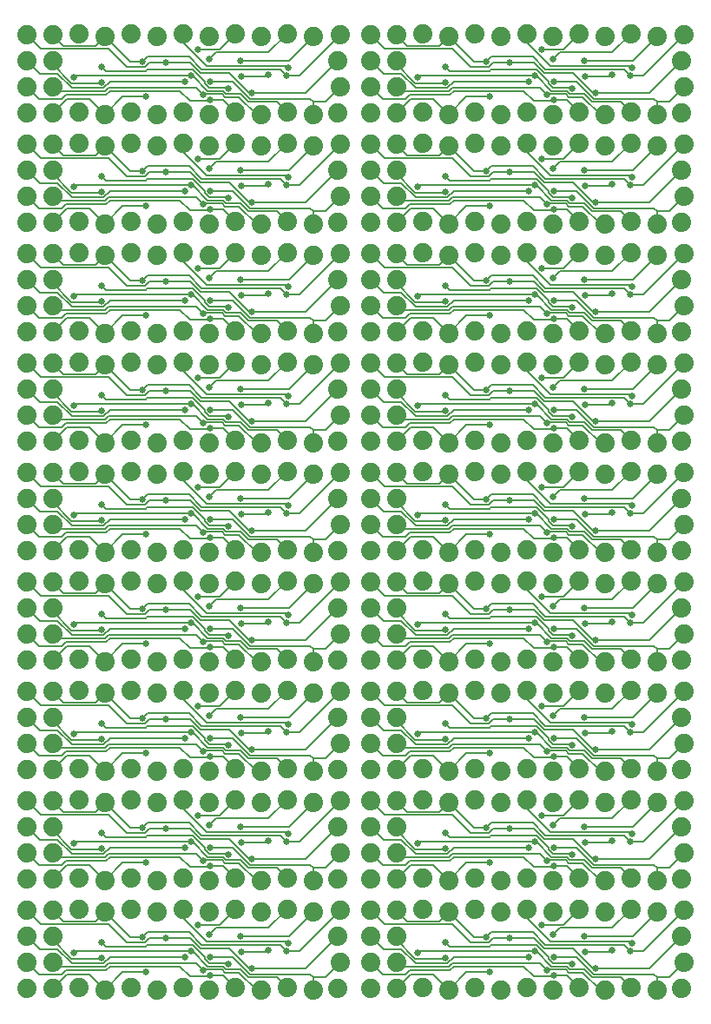
<source format=gbl>
G04 #@! TF.FileFunction,Copper,L2,Bot,Signal*
%FSLAX46Y46*%
G04 Gerber Fmt 4.6, Leading zero omitted, Abs format (unit mm)*
G04 Created by KiCad (PCBNEW 4.0.6-e0-6349~53~ubuntu16.04.1) date Sun Jun 25 16:08:35 2017*
%MOMM*%
%LPD*%
G01*
G04 APERTURE LIST*
%ADD10C,0.100000*%
%ADD11C,1.879600*%
%ADD12C,0.635000*%
%ADD13C,0.152400*%
G04 APERTURE END LIST*
D10*
D11*
X40132000Y-86741000D03*
X42672000Y-86995000D03*
X45212000Y-86741000D03*
X47752000Y-86995000D03*
X50292000Y-86741000D03*
X52832000Y-86995000D03*
X55372000Y-86741000D03*
X57912000Y-86995000D03*
X60452000Y-86741000D03*
X62992000Y-86995000D03*
X40132000Y-94361000D03*
X42672000Y-94615000D03*
X45212000Y-94361000D03*
X47752000Y-94615000D03*
X50292000Y-94361000D03*
X52832000Y-94615000D03*
X55372000Y-94361000D03*
X57912000Y-94615000D03*
X60452000Y-94361000D03*
X62992000Y-94615000D03*
X65405000Y-94488000D03*
X65659000Y-91948000D03*
X65405000Y-89408000D03*
X65659000Y-86868000D03*
X35052000Y-86868000D03*
X37592000Y-86868000D03*
X35052000Y-89408000D03*
X37592000Y-89408000D03*
X35052000Y-91948000D03*
X37592000Y-91948000D03*
X35052000Y-94488000D03*
X37592000Y-94488000D03*
X40132000Y-76073000D03*
X42672000Y-76327000D03*
X45212000Y-76073000D03*
X47752000Y-76327000D03*
X50292000Y-76073000D03*
X52832000Y-76327000D03*
X55372000Y-76073000D03*
X57912000Y-76327000D03*
X60452000Y-76073000D03*
X62992000Y-76327000D03*
X40132000Y-83693000D03*
X42672000Y-83947000D03*
X45212000Y-83693000D03*
X47752000Y-83947000D03*
X50292000Y-83693000D03*
X52832000Y-83947000D03*
X55372000Y-83693000D03*
X57912000Y-83947000D03*
X60452000Y-83693000D03*
X62992000Y-83947000D03*
X65405000Y-83820000D03*
X65659000Y-81280000D03*
X65405000Y-78740000D03*
X65659000Y-76200000D03*
X35052000Y-76200000D03*
X37592000Y-76200000D03*
X35052000Y-78740000D03*
X37592000Y-78740000D03*
X35052000Y-81280000D03*
X37592000Y-81280000D03*
X35052000Y-83820000D03*
X37592000Y-83820000D03*
X40132000Y-65405000D03*
X42672000Y-65659000D03*
X45212000Y-65405000D03*
X47752000Y-65659000D03*
X50292000Y-65405000D03*
X52832000Y-65659000D03*
X55372000Y-65405000D03*
X57912000Y-65659000D03*
X60452000Y-65405000D03*
X62992000Y-65659000D03*
X40132000Y-73025000D03*
X42672000Y-73279000D03*
X45212000Y-73025000D03*
X47752000Y-73279000D03*
X50292000Y-73025000D03*
X52832000Y-73279000D03*
X55372000Y-73025000D03*
X57912000Y-73279000D03*
X60452000Y-73025000D03*
X62992000Y-73279000D03*
X65405000Y-73152000D03*
X65659000Y-70612000D03*
X65405000Y-68072000D03*
X65659000Y-65532000D03*
X35052000Y-65532000D03*
X37592000Y-65532000D03*
X35052000Y-68072000D03*
X37592000Y-68072000D03*
X35052000Y-70612000D03*
X37592000Y-70612000D03*
X35052000Y-73152000D03*
X37592000Y-73152000D03*
X40132000Y-54737000D03*
X42672000Y-54991000D03*
X45212000Y-54737000D03*
X47752000Y-54991000D03*
X50292000Y-54737000D03*
X52832000Y-54991000D03*
X55372000Y-54737000D03*
X57912000Y-54991000D03*
X60452000Y-54737000D03*
X62992000Y-54991000D03*
X40132000Y-62357000D03*
X42672000Y-62611000D03*
X45212000Y-62357000D03*
X47752000Y-62611000D03*
X50292000Y-62357000D03*
X52832000Y-62611000D03*
X55372000Y-62357000D03*
X57912000Y-62611000D03*
X60452000Y-62357000D03*
X62992000Y-62611000D03*
X65405000Y-62484000D03*
X65659000Y-59944000D03*
X65405000Y-57404000D03*
X65659000Y-54864000D03*
X35052000Y-54864000D03*
X37592000Y-54864000D03*
X35052000Y-57404000D03*
X37592000Y-57404000D03*
X35052000Y-59944000D03*
X37592000Y-59944000D03*
X35052000Y-62484000D03*
X37592000Y-62484000D03*
X40132000Y-44069000D03*
X42672000Y-44323000D03*
X45212000Y-44069000D03*
X47752000Y-44323000D03*
X50292000Y-44069000D03*
X52832000Y-44323000D03*
X55372000Y-44069000D03*
X57912000Y-44323000D03*
X60452000Y-44069000D03*
X62992000Y-44323000D03*
X40132000Y-51689000D03*
X42672000Y-51943000D03*
X45212000Y-51689000D03*
X47752000Y-51943000D03*
X50292000Y-51689000D03*
X52832000Y-51943000D03*
X55372000Y-51689000D03*
X57912000Y-51943000D03*
X60452000Y-51689000D03*
X62992000Y-51943000D03*
X65405000Y-51816000D03*
X65659000Y-49276000D03*
X65405000Y-46736000D03*
X65659000Y-44196000D03*
X35052000Y-44196000D03*
X37592000Y-44196000D03*
X35052000Y-46736000D03*
X37592000Y-46736000D03*
X35052000Y-49276000D03*
X37592000Y-49276000D03*
X35052000Y-51816000D03*
X37592000Y-51816000D03*
X40132000Y-33401000D03*
X42672000Y-33655000D03*
X45212000Y-33401000D03*
X47752000Y-33655000D03*
X50292000Y-33401000D03*
X52832000Y-33655000D03*
X55372000Y-33401000D03*
X57912000Y-33655000D03*
X60452000Y-33401000D03*
X62992000Y-33655000D03*
X40132000Y-41021000D03*
X42672000Y-41275000D03*
X45212000Y-41021000D03*
X47752000Y-41275000D03*
X50292000Y-41021000D03*
X52832000Y-41275000D03*
X55372000Y-41021000D03*
X57912000Y-41275000D03*
X60452000Y-41021000D03*
X62992000Y-41275000D03*
X65405000Y-41148000D03*
X65659000Y-38608000D03*
X65405000Y-36068000D03*
X65659000Y-33528000D03*
X35052000Y-33528000D03*
X37592000Y-33528000D03*
X35052000Y-36068000D03*
X37592000Y-36068000D03*
X35052000Y-38608000D03*
X37592000Y-38608000D03*
X35052000Y-41148000D03*
X37592000Y-41148000D03*
X40132000Y-22733000D03*
X42672000Y-22987000D03*
X45212000Y-22733000D03*
X47752000Y-22987000D03*
X50292000Y-22733000D03*
X52832000Y-22987000D03*
X55372000Y-22733000D03*
X57912000Y-22987000D03*
X60452000Y-22733000D03*
X62992000Y-22987000D03*
X40132000Y-30353000D03*
X42672000Y-30607000D03*
X45212000Y-30353000D03*
X47752000Y-30607000D03*
X50292000Y-30353000D03*
X52832000Y-30607000D03*
X55372000Y-30353000D03*
X57912000Y-30607000D03*
X60452000Y-30353000D03*
X62992000Y-30607000D03*
X65405000Y-30480000D03*
X65659000Y-27940000D03*
X65405000Y-25400000D03*
X65659000Y-22860000D03*
X35052000Y-22860000D03*
X37592000Y-22860000D03*
X35052000Y-25400000D03*
X37592000Y-25400000D03*
X35052000Y-27940000D03*
X37592000Y-27940000D03*
X35052000Y-30480000D03*
X37592000Y-30480000D03*
X40132000Y-12065000D03*
X42672000Y-12319000D03*
X45212000Y-12065000D03*
X47752000Y-12319000D03*
X50292000Y-12065000D03*
X52832000Y-12319000D03*
X55372000Y-12065000D03*
X57912000Y-12319000D03*
X60452000Y-12065000D03*
X62992000Y-12319000D03*
X40132000Y-19685000D03*
X42672000Y-19939000D03*
X45212000Y-19685000D03*
X47752000Y-19939000D03*
X50292000Y-19685000D03*
X52832000Y-19939000D03*
X55372000Y-19685000D03*
X57912000Y-19939000D03*
X60452000Y-19685000D03*
X62992000Y-19939000D03*
X65405000Y-19812000D03*
X65659000Y-17272000D03*
X65405000Y-14732000D03*
X65659000Y-12192000D03*
X35052000Y-12192000D03*
X37592000Y-12192000D03*
X35052000Y-14732000D03*
X37592000Y-14732000D03*
X35052000Y-17272000D03*
X37592000Y-17272000D03*
X35052000Y-19812000D03*
X37592000Y-19812000D03*
X40132000Y-1397000D03*
X42672000Y-1651000D03*
X45212000Y-1397000D03*
X47752000Y-1651000D03*
X50292000Y-1397000D03*
X52832000Y-1651000D03*
X55372000Y-1397000D03*
X57912000Y-1651000D03*
X60452000Y-1397000D03*
X62992000Y-1651000D03*
X40132000Y-9017000D03*
X42672000Y-9271000D03*
X45212000Y-9017000D03*
X47752000Y-9271000D03*
X50292000Y-9017000D03*
X52832000Y-9271000D03*
X55372000Y-9017000D03*
X57912000Y-9271000D03*
X60452000Y-9017000D03*
X62992000Y-9271000D03*
X65405000Y-9144000D03*
X65659000Y-6604000D03*
X65405000Y-4064000D03*
X65659000Y-1524000D03*
X35052000Y-1524000D03*
X37592000Y-1524000D03*
X35052000Y-4064000D03*
X37592000Y-4064000D03*
X35052000Y-6604000D03*
X37592000Y-6604000D03*
X35052000Y-9144000D03*
X37592000Y-9144000D03*
X6604000Y-86741000D03*
X9144000Y-86995000D03*
X11684000Y-86741000D03*
X14224000Y-86995000D03*
X16764000Y-86741000D03*
X19304000Y-86995000D03*
X21844000Y-86741000D03*
X24384000Y-86995000D03*
X26924000Y-86741000D03*
X29464000Y-86995000D03*
X6604000Y-94361000D03*
X9144000Y-94615000D03*
X11684000Y-94361000D03*
X14224000Y-94615000D03*
X16764000Y-94361000D03*
X19304000Y-94615000D03*
X21844000Y-94361000D03*
X24384000Y-94615000D03*
X26924000Y-94361000D03*
X29464000Y-94615000D03*
X31877000Y-94488000D03*
X32131000Y-91948000D03*
X31877000Y-89408000D03*
X32131000Y-86868000D03*
X1524000Y-86868000D03*
X4064000Y-86868000D03*
X1524000Y-89408000D03*
X4064000Y-89408000D03*
X1524000Y-91948000D03*
X4064000Y-91948000D03*
X1524000Y-94488000D03*
X4064000Y-94488000D03*
X6604000Y-76073000D03*
X9144000Y-76327000D03*
X11684000Y-76073000D03*
X14224000Y-76327000D03*
X16764000Y-76073000D03*
X19304000Y-76327000D03*
X21844000Y-76073000D03*
X24384000Y-76327000D03*
X26924000Y-76073000D03*
X29464000Y-76327000D03*
X6604000Y-83693000D03*
X9144000Y-83947000D03*
X11684000Y-83693000D03*
X14224000Y-83947000D03*
X16764000Y-83693000D03*
X19304000Y-83947000D03*
X21844000Y-83693000D03*
X24384000Y-83947000D03*
X26924000Y-83693000D03*
X29464000Y-83947000D03*
X31877000Y-83820000D03*
X32131000Y-81280000D03*
X31877000Y-78740000D03*
X32131000Y-76200000D03*
X1524000Y-76200000D03*
X4064000Y-76200000D03*
X1524000Y-78740000D03*
X4064000Y-78740000D03*
X1524000Y-81280000D03*
X4064000Y-81280000D03*
X1524000Y-83820000D03*
X4064000Y-83820000D03*
X6604000Y-65405000D03*
X9144000Y-65659000D03*
X11684000Y-65405000D03*
X14224000Y-65659000D03*
X16764000Y-65405000D03*
X19304000Y-65659000D03*
X21844000Y-65405000D03*
X24384000Y-65659000D03*
X26924000Y-65405000D03*
X29464000Y-65659000D03*
X6604000Y-73025000D03*
X9144000Y-73279000D03*
X11684000Y-73025000D03*
X14224000Y-73279000D03*
X16764000Y-73025000D03*
X19304000Y-73279000D03*
X21844000Y-73025000D03*
X24384000Y-73279000D03*
X26924000Y-73025000D03*
X29464000Y-73279000D03*
X31877000Y-73152000D03*
X32131000Y-70612000D03*
X31877000Y-68072000D03*
X32131000Y-65532000D03*
X1524000Y-65532000D03*
X4064000Y-65532000D03*
X1524000Y-68072000D03*
X4064000Y-68072000D03*
X1524000Y-70612000D03*
X4064000Y-70612000D03*
X1524000Y-73152000D03*
X4064000Y-73152000D03*
X6604000Y-54737000D03*
X9144000Y-54991000D03*
X11684000Y-54737000D03*
X14224000Y-54991000D03*
X16764000Y-54737000D03*
X19304000Y-54991000D03*
X21844000Y-54737000D03*
X24384000Y-54991000D03*
X26924000Y-54737000D03*
X29464000Y-54991000D03*
X6604000Y-62357000D03*
X9144000Y-62611000D03*
X11684000Y-62357000D03*
X14224000Y-62611000D03*
X16764000Y-62357000D03*
X19304000Y-62611000D03*
X21844000Y-62357000D03*
X24384000Y-62611000D03*
X26924000Y-62357000D03*
X29464000Y-62611000D03*
X31877000Y-62484000D03*
X32131000Y-59944000D03*
X31877000Y-57404000D03*
X32131000Y-54864000D03*
X1524000Y-54864000D03*
X4064000Y-54864000D03*
X1524000Y-57404000D03*
X4064000Y-57404000D03*
X1524000Y-59944000D03*
X4064000Y-59944000D03*
X1524000Y-62484000D03*
X4064000Y-62484000D03*
X6604000Y-44069000D03*
X9144000Y-44323000D03*
X11684000Y-44069000D03*
X14224000Y-44323000D03*
X16764000Y-44069000D03*
X19304000Y-44323000D03*
X21844000Y-44069000D03*
X24384000Y-44323000D03*
X26924000Y-44069000D03*
X29464000Y-44323000D03*
X6604000Y-51689000D03*
X9144000Y-51943000D03*
X11684000Y-51689000D03*
X14224000Y-51943000D03*
X16764000Y-51689000D03*
X19304000Y-51943000D03*
X21844000Y-51689000D03*
X24384000Y-51943000D03*
X26924000Y-51689000D03*
X29464000Y-51943000D03*
X31877000Y-51816000D03*
X32131000Y-49276000D03*
X31877000Y-46736000D03*
X32131000Y-44196000D03*
X1524000Y-44196000D03*
X4064000Y-44196000D03*
X1524000Y-46736000D03*
X4064000Y-46736000D03*
X1524000Y-49276000D03*
X4064000Y-49276000D03*
X1524000Y-51816000D03*
X4064000Y-51816000D03*
X6604000Y-33401000D03*
X9144000Y-33655000D03*
X11684000Y-33401000D03*
X14224000Y-33655000D03*
X16764000Y-33401000D03*
X19304000Y-33655000D03*
X21844000Y-33401000D03*
X24384000Y-33655000D03*
X26924000Y-33401000D03*
X29464000Y-33655000D03*
X6604000Y-41021000D03*
X9144000Y-41275000D03*
X11684000Y-41021000D03*
X14224000Y-41275000D03*
X16764000Y-41021000D03*
X19304000Y-41275000D03*
X21844000Y-41021000D03*
X24384000Y-41275000D03*
X26924000Y-41021000D03*
X29464000Y-41275000D03*
X31877000Y-41148000D03*
X32131000Y-38608000D03*
X31877000Y-36068000D03*
X32131000Y-33528000D03*
X1524000Y-33528000D03*
X4064000Y-33528000D03*
X1524000Y-36068000D03*
X4064000Y-36068000D03*
X1524000Y-38608000D03*
X4064000Y-38608000D03*
X1524000Y-41148000D03*
X4064000Y-41148000D03*
X6604000Y-22733000D03*
X9144000Y-22987000D03*
X11684000Y-22733000D03*
X14224000Y-22987000D03*
X16764000Y-22733000D03*
X19304000Y-22987000D03*
X21844000Y-22733000D03*
X24384000Y-22987000D03*
X26924000Y-22733000D03*
X29464000Y-22987000D03*
X6604000Y-30353000D03*
X9144000Y-30607000D03*
X11684000Y-30353000D03*
X14224000Y-30607000D03*
X16764000Y-30353000D03*
X19304000Y-30607000D03*
X21844000Y-30353000D03*
X24384000Y-30607000D03*
X26924000Y-30353000D03*
X29464000Y-30607000D03*
X31877000Y-30480000D03*
X32131000Y-27940000D03*
X31877000Y-25400000D03*
X32131000Y-22860000D03*
X1524000Y-22860000D03*
X4064000Y-22860000D03*
X1524000Y-25400000D03*
X4064000Y-25400000D03*
X1524000Y-27940000D03*
X4064000Y-27940000D03*
X1524000Y-30480000D03*
X4064000Y-30480000D03*
X6604000Y-12065000D03*
X9144000Y-12319000D03*
X11684000Y-12065000D03*
X14224000Y-12319000D03*
X16764000Y-12065000D03*
X19304000Y-12319000D03*
X21844000Y-12065000D03*
X24384000Y-12319000D03*
X26924000Y-12065000D03*
X29464000Y-12319000D03*
X6604000Y-19685000D03*
X9144000Y-19939000D03*
X11684000Y-19685000D03*
X14224000Y-19939000D03*
X16764000Y-19685000D03*
X19304000Y-19939000D03*
X21844000Y-19685000D03*
X24384000Y-19939000D03*
X26924000Y-19685000D03*
X29464000Y-19939000D03*
X31877000Y-19812000D03*
X32131000Y-17272000D03*
X31877000Y-14732000D03*
X32131000Y-12192000D03*
X1524000Y-12192000D03*
X4064000Y-12192000D03*
X1524000Y-14732000D03*
X4064000Y-14732000D03*
X1524000Y-17272000D03*
X4064000Y-17272000D03*
X1524000Y-19812000D03*
X4064000Y-19812000D03*
X1524000Y-1524000D03*
X4064000Y-1524000D03*
X1524000Y-4064000D03*
X4064000Y-4064000D03*
X1524000Y-6604000D03*
X4064000Y-6604000D03*
X1524000Y-9144000D03*
X4064000Y-9144000D03*
X31877000Y-9144000D03*
X32131000Y-6604000D03*
X31877000Y-4064000D03*
X32131000Y-1524000D03*
X6604000Y-9017000D03*
X9144000Y-9271000D03*
X11684000Y-9017000D03*
X14224000Y-9271000D03*
X16764000Y-9017000D03*
X19304000Y-9271000D03*
X21844000Y-9017000D03*
X24384000Y-9271000D03*
X26924000Y-9017000D03*
X29464000Y-9271000D03*
X6604000Y-1397000D03*
X9144000Y-1651000D03*
X11684000Y-1397000D03*
X14224000Y-1651000D03*
X16764000Y-1397000D03*
X19304000Y-1651000D03*
X21844000Y-1397000D03*
X24384000Y-1651000D03*
X26924000Y-1397000D03*
X29464000Y-1651000D03*
D12*
X60588300Y-90067800D03*
X60588300Y-79399800D03*
X60588300Y-68731800D03*
X60588300Y-58063800D03*
X60588300Y-47395800D03*
X60588300Y-36727800D03*
X60588300Y-26059800D03*
X60588300Y-15391800D03*
X60588300Y-4723800D03*
X27060300Y-90067800D03*
X27060300Y-79399800D03*
X27060300Y-68731800D03*
X27060300Y-58063800D03*
X27060300Y-47395800D03*
X27060300Y-36727800D03*
X27060300Y-26059800D03*
X27060300Y-15391800D03*
X27060300Y-4723800D03*
X48623400Y-89536100D03*
X57029000Y-92509700D03*
X48623400Y-78868100D03*
X57029000Y-81841700D03*
X48623400Y-68200100D03*
X57029000Y-71173700D03*
X48623400Y-57532100D03*
X57029000Y-60505700D03*
X48623400Y-46864100D03*
X57029000Y-49837700D03*
X48623400Y-36196100D03*
X57029000Y-39169700D03*
X48623400Y-25528100D03*
X57029000Y-28501700D03*
X48623400Y-14860100D03*
X57029000Y-17833700D03*
X48623400Y-4192100D03*
X57029000Y-7165700D03*
X15095400Y-89536100D03*
X23501000Y-92509700D03*
X15095400Y-78868100D03*
X23501000Y-81841700D03*
X15095400Y-68200100D03*
X23501000Y-71173700D03*
X15095400Y-57532100D03*
X23501000Y-60505700D03*
X15095400Y-46864100D03*
X23501000Y-49837700D03*
X15095400Y-36196100D03*
X23501000Y-39169700D03*
X15095400Y-25528100D03*
X23501000Y-28501700D03*
X15095400Y-14860100D03*
X23501000Y-17833700D03*
X23501000Y-7165700D03*
X15095400Y-4192100D03*
X52974000Y-91383700D03*
X52974000Y-80715700D03*
X52974000Y-70047700D03*
X52974000Y-59379700D03*
X52974000Y-48711700D03*
X52974000Y-38043700D03*
X52974000Y-27375700D03*
X52974000Y-16707700D03*
X52974000Y-6039700D03*
X19446000Y-91383700D03*
X19446000Y-80715700D03*
X19446000Y-70047700D03*
X19446000Y-59379700D03*
X19446000Y-48711700D03*
X19446000Y-38043700D03*
X19446000Y-27375700D03*
X19446000Y-16707700D03*
X19446000Y-6039700D03*
X46689700Y-92872000D03*
X46689700Y-82204000D03*
X46689700Y-71536000D03*
X46689700Y-60868000D03*
X46689700Y-50200000D03*
X46689700Y-39532000D03*
X46689700Y-28864000D03*
X46689700Y-18196000D03*
X46689700Y-7528000D03*
X13161700Y-92872000D03*
X13161700Y-82204000D03*
X13161700Y-71536000D03*
X13161700Y-60868000D03*
X13161700Y-50200000D03*
X13161700Y-39532000D03*
X13161700Y-28864000D03*
X13161700Y-18196000D03*
X13161700Y-7528000D03*
X42352100Y-91498700D03*
X42352100Y-80830700D03*
X42352100Y-70162700D03*
X42352100Y-59494700D03*
X42352100Y-48826700D03*
X42352100Y-38158700D03*
X42352100Y-27490700D03*
X42352100Y-16822700D03*
X42352100Y-6154700D03*
X8824100Y-91498700D03*
X8824100Y-80830700D03*
X8824100Y-70162700D03*
X8824100Y-59494700D03*
X8824100Y-48826700D03*
X8824100Y-38158700D03*
X8824100Y-27490700D03*
X8824100Y-16822700D03*
X8824100Y-6154700D03*
X50476600Y-91392400D03*
X50476600Y-80724400D03*
X50476600Y-70056400D03*
X50476600Y-59388400D03*
X50476600Y-48720400D03*
X50476600Y-38052400D03*
X50476600Y-27384400D03*
X50476600Y-16716400D03*
X50476600Y-6048400D03*
X16948600Y-91392400D03*
X16948600Y-80724400D03*
X16948600Y-70056400D03*
X16948600Y-59388400D03*
X16948600Y-48720400D03*
X16948600Y-38052400D03*
X16948600Y-27384400D03*
X16948600Y-16716400D03*
X16948600Y-6048400D03*
X51791900Y-88286900D03*
X51791900Y-77618900D03*
X51791900Y-66950900D03*
X51791900Y-56282900D03*
X51791900Y-45614900D03*
X51791900Y-34946900D03*
X51791900Y-24278900D03*
X51791900Y-13610900D03*
X51791900Y-2942900D03*
X18263900Y-88286900D03*
X18263900Y-77618900D03*
X18263900Y-66950900D03*
X18263900Y-56282900D03*
X18263900Y-45614900D03*
X18263900Y-34946900D03*
X18263900Y-24278900D03*
X18263900Y-13610900D03*
X18263900Y-2942900D03*
X52856000Y-89222800D03*
X52856000Y-78554800D03*
X52856000Y-67886800D03*
X52856000Y-57218800D03*
X52856000Y-46550800D03*
X52856000Y-35882800D03*
X52856000Y-25214800D03*
X52856000Y-14546800D03*
X52856000Y-3878800D03*
X19328000Y-89222800D03*
X19328000Y-78554800D03*
X19328000Y-67886800D03*
X19328000Y-57218800D03*
X19328000Y-46550800D03*
X19328000Y-35882800D03*
X19328000Y-25214800D03*
X19328000Y-14546800D03*
X19328000Y-3878800D03*
X55946200Y-89351000D03*
X55946200Y-78683000D03*
X55946200Y-68015000D03*
X55946200Y-57347000D03*
X55946200Y-46679000D03*
X55946200Y-36011000D03*
X55946200Y-25343000D03*
X55946200Y-14675000D03*
X55946200Y-4007000D03*
X22418200Y-89351000D03*
X22418200Y-78683000D03*
X22418200Y-68015000D03*
X22418200Y-57347000D03*
X22418200Y-46679000D03*
X22418200Y-36011000D03*
X22418200Y-25343000D03*
X22418200Y-14675000D03*
X22418200Y-4007000D03*
X39631600Y-91016000D03*
X51055500Y-90839200D03*
X39631600Y-80348000D03*
X51055500Y-80171200D03*
X39631600Y-69680000D03*
X51055500Y-69503200D03*
X39631600Y-59012000D03*
X51055500Y-58835200D03*
X39631600Y-48344000D03*
X51055500Y-48167200D03*
X39631600Y-37676000D03*
X51055500Y-37499200D03*
X39631600Y-27008000D03*
X51055500Y-26831200D03*
X39631600Y-16340000D03*
X51055500Y-16163200D03*
X39631600Y-5672000D03*
X51055500Y-5495200D03*
X6103600Y-91016000D03*
X17527500Y-90839200D03*
X6103600Y-80348000D03*
X17527500Y-80171200D03*
X6103600Y-69680000D03*
X17527500Y-69503200D03*
X6103600Y-59012000D03*
X17527500Y-58835200D03*
X6103600Y-48344000D03*
X17527500Y-48167200D03*
X6103600Y-37676000D03*
X17527500Y-37499200D03*
X6103600Y-27008000D03*
X17527500Y-26831200D03*
X6103600Y-16340000D03*
X17527500Y-16163200D03*
X17527500Y-5495200D03*
X6103600Y-5672000D03*
X52306900Y-92693900D03*
X52306900Y-82025900D03*
X52306900Y-71357900D03*
X52306900Y-60689900D03*
X52306900Y-50021900D03*
X52306900Y-39353900D03*
X52306900Y-28685900D03*
X52306900Y-18017900D03*
X52306900Y-7349900D03*
X18778900Y-92693900D03*
X18778900Y-82025900D03*
X18778900Y-71357900D03*
X18778900Y-60689900D03*
X18778900Y-50021900D03*
X18778900Y-39353900D03*
X18778900Y-28685900D03*
X18778900Y-18017900D03*
X18778900Y-7349900D03*
X52991900Y-93183500D03*
X52991900Y-82515500D03*
X52991900Y-71847500D03*
X52991900Y-61179500D03*
X52991900Y-50511500D03*
X52991900Y-39843500D03*
X52991900Y-29175500D03*
X52991900Y-18507500D03*
X52991900Y-7839500D03*
X19463900Y-93183500D03*
X19463900Y-82515500D03*
X19463900Y-71847500D03*
X19463900Y-61179500D03*
X19463900Y-50511500D03*
X19463900Y-39843500D03*
X19463900Y-29175500D03*
X19463900Y-18507500D03*
X19463900Y-7839500D03*
X56021600Y-90943400D03*
X58657000Y-90774800D03*
X56021600Y-80275400D03*
X58657000Y-80106800D03*
X56021600Y-69607400D03*
X58657000Y-69438800D03*
X56021600Y-58939400D03*
X58657000Y-58770800D03*
X56021600Y-48271400D03*
X58657000Y-48102800D03*
X56021600Y-37603400D03*
X58657000Y-37434800D03*
X56021600Y-26935400D03*
X58657000Y-26766800D03*
X56021600Y-16267400D03*
X58657000Y-16098800D03*
X56021600Y-5599400D03*
X58657000Y-5430800D03*
X22493600Y-90943400D03*
X25129000Y-90774800D03*
X22493600Y-80275400D03*
X25129000Y-80106800D03*
X22493600Y-69607400D03*
X25129000Y-69438800D03*
X22493600Y-58939400D03*
X25129000Y-58770800D03*
X22493600Y-48271400D03*
X25129000Y-48102800D03*
X22493600Y-37603400D03*
X25129000Y-37434800D03*
X22493600Y-26935400D03*
X25129000Y-26766800D03*
X22493600Y-16267400D03*
X25129000Y-16098800D03*
X25129000Y-5430800D03*
X22493600Y-5599400D03*
X54735900Y-92054200D03*
X42388500Y-89965700D03*
X54735900Y-81386200D03*
X42388500Y-79297700D03*
X54735900Y-70718200D03*
X42388500Y-68629700D03*
X54735900Y-60050200D03*
X42388500Y-57961700D03*
X54735900Y-49382200D03*
X42388500Y-47293700D03*
X54735900Y-38714200D03*
X42388500Y-36625700D03*
X54735900Y-28046200D03*
X42388500Y-25957700D03*
X54735900Y-17378200D03*
X42388500Y-15289700D03*
X54735900Y-6710200D03*
X42388500Y-4621700D03*
X21207900Y-92054200D03*
X8860500Y-89965700D03*
X21207900Y-81386200D03*
X8860500Y-79297700D03*
X21207900Y-70718200D03*
X8860500Y-68629700D03*
X21207900Y-60050200D03*
X8860500Y-57961700D03*
X21207900Y-49382200D03*
X8860500Y-47293700D03*
X21207900Y-38714200D03*
X8860500Y-36625700D03*
X21207900Y-28046200D03*
X8860500Y-25957700D03*
X21207900Y-17378200D03*
X8860500Y-15289700D03*
X8860500Y-4621700D03*
X21207900Y-6710200D03*
X46355000Y-89451900D03*
X60404300Y-90858900D03*
X46355000Y-78783900D03*
X60404300Y-80190900D03*
X46355000Y-68115900D03*
X60404300Y-69522900D03*
X46355000Y-57447900D03*
X60404300Y-58854900D03*
X46355000Y-46779900D03*
X60404300Y-48186900D03*
X46355000Y-36111900D03*
X60404300Y-37518900D03*
X46355000Y-25443900D03*
X60404300Y-26850900D03*
X46355000Y-14775900D03*
X60404300Y-16182900D03*
X46355000Y-4107900D03*
X60404300Y-5514900D03*
X12827000Y-89451900D03*
X26876300Y-90858900D03*
X12827000Y-78783900D03*
X26876300Y-80190900D03*
X12827000Y-68115900D03*
X26876300Y-69522900D03*
X12827000Y-57447900D03*
X26876300Y-58854900D03*
X12827000Y-46779900D03*
X26876300Y-48186900D03*
X12827000Y-36111900D03*
X26876300Y-37518900D03*
X12827000Y-25443900D03*
X26876300Y-26850900D03*
X12827000Y-14775900D03*
X26876300Y-16182900D03*
X26876300Y-5514900D03*
X12827000Y-4107900D03*
D13*
X60588300Y-90067800D02*
X60442300Y-89921800D01*
X60442300Y-89921800D02*
X52647200Y-89921800D01*
X52647200Y-89921800D02*
X50292000Y-87566600D01*
X50292000Y-87566600D02*
X50292000Y-86741000D01*
X60588300Y-79399800D02*
X60442300Y-79253800D01*
X60442300Y-79253800D02*
X52647200Y-79253800D01*
X52647200Y-79253800D02*
X50292000Y-76898600D01*
X50292000Y-76898600D02*
X50292000Y-76073000D01*
X60588300Y-68731800D02*
X60442300Y-68585800D01*
X60442300Y-68585800D02*
X52647200Y-68585800D01*
X52647200Y-68585800D02*
X50292000Y-66230600D01*
X50292000Y-66230600D02*
X50292000Y-65405000D01*
X60588300Y-58063800D02*
X60442300Y-57917800D01*
X60442300Y-57917800D02*
X52647200Y-57917800D01*
X52647200Y-57917800D02*
X50292000Y-55562600D01*
X50292000Y-55562600D02*
X50292000Y-54737000D01*
X60588300Y-47395800D02*
X60442300Y-47249800D01*
X60442300Y-47249800D02*
X52647200Y-47249800D01*
X52647200Y-47249800D02*
X50292000Y-44894600D01*
X50292000Y-44894600D02*
X50292000Y-44069000D01*
X60588300Y-36727800D02*
X60442300Y-36581800D01*
X60442300Y-36581800D02*
X52647200Y-36581800D01*
X52647200Y-36581800D02*
X50292000Y-34226600D01*
X50292000Y-34226600D02*
X50292000Y-33401000D01*
X60588300Y-26059800D02*
X60442300Y-25913800D01*
X60442300Y-25913800D02*
X52647200Y-25913800D01*
X52647200Y-25913800D02*
X50292000Y-23558600D01*
X50292000Y-23558600D02*
X50292000Y-22733000D01*
X60588300Y-15391800D02*
X60442300Y-15245800D01*
X60442300Y-15245800D02*
X52647200Y-15245800D01*
X52647200Y-15245800D02*
X50292000Y-12890600D01*
X50292000Y-12890600D02*
X50292000Y-12065000D01*
X60588300Y-4723800D02*
X60442300Y-4577800D01*
X60442300Y-4577800D02*
X52647200Y-4577800D01*
X52647200Y-4577800D02*
X50292000Y-2222600D01*
X50292000Y-2222600D02*
X50292000Y-1397000D01*
X27060300Y-90067800D02*
X26914300Y-89921800D01*
X26914300Y-89921800D02*
X19119200Y-89921800D01*
X19119200Y-89921800D02*
X16764000Y-87566600D01*
X16764000Y-87566600D02*
X16764000Y-86741000D01*
X27060300Y-79399800D02*
X26914300Y-79253800D01*
X26914300Y-79253800D02*
X19119200Y-79253800D01*
X19119200Y-79253800D02*
X16764000Y-76898600D01*
X16764000Y-76898600D02*
X16764000Y-76073000D01*
X27060300Y-68731800D02*
X26914300Y-68585800D01*
X26914300Y-68585800D02*
X19119200Y-68585800D01*
X19119200Y-68585800D02*
X16764000Y-66230600D01*
X16764000Y-66230600D02*
X16764000Y-65405000D01*
X27060300Y-58063800D02*
X26914300Y-57917800D01*
X26914300Y-57917800D02*
X19119200Y-57917800D01*
X19119200Y-57917800D02*
X16764000Y-55562600D01*
X16764000Y-55562600D02*
X16764000Y-54737000D01*
X27060300Y-47395800D02*
X26914300Y-47249800D01*
X26914300Y-47249800D02*
X19119200Y-47249800D01*
X19119200Y-47249800D02*
X16764000Y-44894600D01*
X16764000Y-44894600D02*
X16764000Y-44069000D01*
X27060300Y-36727800D02*
X26914300Y-36581800D01*
X26914300Y-36581800D02*
X19119200Y-36581800D01*
X19119200Y-36581800D02*
X16764000Y-34226600D01*
X16764000Y-34226600D02*
X16764000Y-33401000D01*
X27060300Y-26059800D02*
X26914300Y-25913800D01*
X26914300Y-25913800D02*
X19119200Y-25913800D01*
X19119200Y-25913800D02*
X16764000Y-23558600D01*
X16764000Y-23558600D02*
X16764000Y-22733000D01*
X27060300Y-15391800D02*
X26914300Y-15245800D01*
X26914300Y-15245800D02*
X19119200Y-15245800D01*
X19119200Y-15245800D02*
X16764000Y-12890600D01*
X16764000Y-12890600D02*
X16764000Y-12065000D01*
X16764000Y-2222600D02*
X16764000Y-1397000D01*
X19119200Y-4577800D02*
X16764000Y-2222600D01*
X26914300Y-4577800D02*
X19119200Y-4577800D01*
X27060300Y-4723800D02*
X26914300Y-4577800D01*
X35052000Y-86868000D02*
X36417300Y-88233300D01*
X36417300Y-88233300D02*
X43009400Y-88233300D01*
X43009400Y-88233300D02*
X44783300Y-90007200D01*
X44783300Y-90007200D02*
X46586400Y-90007200D01*
X46586400Y-90007200D02*
X47057500Y-89536100D01*
X47057500Y-89536100D02*
X48623400Y-89536100D01*
X57029000Y-92509700D02*
X56748000Y-92509700D01*
X56748000Y-92509700D02*
X54787900Y-90549600D01*
X54787900Y-90549600D02*
X52025100Y-90549600D01*
X52025100Y-90549600D02*
X51011600Y-89536100D01*
X51011600Y-89536100D02*
X48623400Y-89536100D01*
X65405000Y-89408000D02*
X62303300Y-92509700D01*
X62303300Y-92509700D02*
X57029000Y-92509700D01*
X35052000Y-76200000D02*
X36417300Y-77565300D01*
X36417300Y-77565300D02*
X43009400Y-77565300D01*
X43009400Y-77565300D02*
X44783300Y-79339200D01*
X44783300Y-79339200D02*
X46586400Y-79339200D01*
X46586400Y-79339200D02*
X47057500Y-78868100D01*
X47057500Y-78868100D02*
X48623400Y-78868100D01*
X57029000Y-81841700D02*
X56748000Y-81841700D01*
X56748000Y-81841700D02*
X54787900Y-79881600D01*
X54787900Y-79881600D02*
X52025100Y-79881600D01*
X52025100Y-79881600D02*
X51011600Y-78868100D01*
X51011600Y-78868100D02*
X48623400Y-78868100D01*
X65405000Y-78740000D02*
X62303300Y-81841700D01*
X62303300Y-81841700D02*
X57029000Y-81841700D01*
X35052000Y-65532000D02*
X36417300Y-66897300D01*
X36417300Y-66897300D02*
X43009400Y-66897300D01*
X43009400Y-66897300D02*
X44783300Y-68671200D01*
X44783300Y-68671200D02*
X46586400Y-68671200D01*
X46586400Y-68671200D02*
X47057500Y-68200100D01*
X47057500Y-68200100D02*
X48623400Y-68200100D01*
X57029000Y-71173700D02*
X56748000Y-71173700D01*
X56748000Y-71173700D02*
X54787900Y-69213600D01*
X54787900Y-69213600D02*
X52025100Y-69213600D01*
X52025100Y-69213600D02*
X51011600Y-68200100D01*
X51011600Y-68200100D02*
X48623400Y-68200100D01*
X65405000Y-68072000D02*
X62303300Y-71173700D01*
X62303300Y-71173700D02*
X57029000Y-71173700D01*
X35052000Y-54864000D02*
X36417300Y-56229300D01*
X36417300Y-56229300D02*
X43009400Y-56229300D01*
X43009400Y-56229300D02*
X44783300Y-58003200D01*
X44783300Y-58003200D02*
X46586400Y-58003200D01*
X46586400Y-58003200D02*
X47057500Y-57532100D01*
X47057500Y-57532100D02*
X48623400Y-57532100D01*
X57029000Y-60505700D02*
X56748000Y-60505700D01*
X56748000Y-60505700D02*
X54787900Y-58545600D01*
X54787900Y-58545600D02*
X52025100Y-58545600D01*
X52025100Y-58545600D02*
X51011600Y-57532100D01*
X51011600Y-57532100D02*
X48623400Y-57532100D01*
X65405000Y-57404000D02*
X62303300Y-60505700D01*
X62303300Y-60505700D02*
X57029000Y-60505700D01*
X35052000Y-44196000D02*
X36417300Y-45561300D01*
X36417300Y-45561300D02*
X43009400Y-45561300D01*
X43009400Y-45561300D02*
X44783300Y-47335200D01*
X44783300Y-47335200D02*
X46586400Y-47335200D01*
X46586400Y-47335200D02*
X47057500Y-46864100D01*
X47057500Y-46864100D02*
X48623400Y-46864100D01*
X57029000Y-49837700D02*
X56748000Y-49837700D01*
X56748000Y-49837700D02*
X54787900Y-47877600D01*
X54787900Y-47877600D02*
X52025100Y-47877600D01*
X52025100Y-47877600D02*
X51011600Y-46864100D01*
X51011600Y-46864100D02*
X48623400Y-46864100D01*
X65405000Y-46736000D02*
X62303300Y-49837700D01*
X62303300Y-49837700D02*
X57029000Y-49837700D01*
X35052000Y-33528000D02*
X36417300Y-34893300D01*
X36417300Y-34893300D02*
X43009400Y-34893300D01*
X43009400Y-34893300D02*
X44783300Y-36667200D01*
X44783300Y-36667200D02*
X46586400Y-36667200D01*
X46586400Y-36667200D02*
X47057500Y-36196100D01*
X47057500Y-36196100D02*
X48623400Y-36196100D01*
X57029000Y-39169700D02*
X56748000Y-39169700D01*
X56748000Y-39169700D02*
X54787900Y-37209600D01*
X54787900Y-37209600D02*
X52025100Y-37209600D01*
X52025100Y-37209600D02*
X51011600Y-36196100D01*
X51011600Y-36196100D02*
X48623400Y-36196100D01*
X65405000Y-36068000D02*
X62303300Y-39169700D01*
X62303300Y-39169700D02*
X57029000Y-39169700D01*
X35052000Y-22860000D02*
X36417300Y-24225300D01*
X36417300Y-24225300D02*
X43009400Y-24225300D01*
X43009400Y-24225300D02*
X44783300Y-25999200D01*
X44783300Y-25999200D02*
X46586400Y-25999200D01*
X46586400Y-25999200D02*
X47057500Y-25528100D01*
X47057500Y-25528100D02*
X48623400Y-25528100D01*
X57029000Y-28501700D02*
X56748000Y-28501700D01*
X56748000Y-28501700D02*
X54787900Y-26541600D01*
X54787900Y-26541600D02*
X52025100Y-26541600D01*
X52025100Y-26541600D02*
X51011600Y-25528100D01*
X51011600Y-25528100D02*
X48623400Y-25528100D01*
X65405000Y-25400000D02*
X62303300Y-28501700D01*
X62303300Y-28501700D02*
X57029000Y-28501700D01*
X35052000Y-12192000D02*
X36417300Y-13557300D01*
X36417300Y-13557300D02*
X43009400Y-13557300D01*
X43009400Y-13557300D02*
X44783300Y-15331200D01*
X44783300Y-15331200D02*
X46586400Y-15331200D01*
X46586400Y-15331200D02*
X47057500Y-14860100D01*
X47057500Y-14860100D02*
X48623400Y-14860100D01*
X57029000Y-17833700D02*
X56748000Y-17833700D01*
X56748000Y-17833700D02*
X54787900Y-15873600D01*
X54787900Y-15873600D02*
X52025100Y-15873600D01*
X52025100Y-15873600D02*
X51011600Y-14860100D01*
X51011600Y-14860100D02*
X48623400Y-14860100D01*
X65405000Y-14732000D02*
X62303300Y-17833700D01*
X62303300Y-17833700D02*
X57029000Y-17833700D01*
X35052000Y-1524000D02*
X36417300Y-2889300D01*
X36417300Y-2889300D02*
X43009400Y-2889300D01*
X43009400Y-2889300D02*
X44783300Y-4663200D01*
X44783300Y-4663200D02*
X46586400Y-4663200D01*
X46586400Y-4663200D02*
X47057500Y-4192100D01*
X47057500Y-4192100D02*
X48623400Y-4192100D01*
X57029000Y-7165700D02*
X56748000Y-7165700D01*
X56748000Y-7165700D02*
X54787900Y-5205600D01*
X54787900Y-5205600D02*
X52025100Y-5205600D01*
X52025100Y-5205600D02*
X51011600Y-4192100D01*
X51011600Y-4192100D02*
X48623400Y-4192100D01*
X65405000Y-4064000D02*
X62303300Y-7165700D01*
X62303300Y-7165700D02*
X57029000Y-7165700D01*
X1524000Y-86868000D02*
X2889300Y-88233300D01*
X2889300Y-88233300D02*
X9481400Y-88233300D01*
X9481400Y-88233300D02*
X11255300Y-90007200D01*
X11255300Y-90007200D02*
X13058400Y-90007200D01*
X13058400Y-90007200D02*
X13529500Y-89536100D01*
X13529500Y-89536100D02*
X15095400Y-89536100D01*
X23501000Y-92509700D02*
X23220000Y-92509700D01*
X23220000Y-92509700D02*
X21259900Y-90549600D01*
X21259900Y-90549600D02*
X18497100Y-90549600D01*
X18497100Y-90549600D02*
X17483600Y-89536100D01*
X17483600Y-89536100D02*
X15095400Y-89536100D01*
X31877000Y-89408000D02*
X28775300Y-92509700D01*
X28775300Y-92509700D02*
X23501000Y-92509700D01*
X1524000Y-76200000D02*
X2889300Y-77565300D01*
X2889300Y-77565300D02*
X9481400Y-77565300D01*
X9481400Y-77565300D02*
X11255300Y-79339200D01*
X11255300Y-79339200D02*
X13058400Y-79339200D01*
X13058400Y-79339200D02*
X13529500Y-78868100D01*
X13529500Y-78868100D02*
X15095400Y-78868100D01*
X23501000Y-81841700D02*
X23220000Y-81841700D01*
X23220000Y-81841700D02*
X21259900Y-79881600D01*
X21259900Y-79881600D02*
X18497100Y-79881600D01*
X18497100Y-79881600D02*
X17483600Y-78868100D01*
X17483600Y-78868100D02*
X15095400Y-78868100D01*
X31877000Y-78740000D02*
X28775300Y-81841700D01*
X28775300Y-81841700D02*
X23501000Y-81841700D01*
X1524000Y-65532000D02*
X2889300Y-66897300D01*
X2889300Y-66897300D02*
X9481400Y-66897300D01*
X9481400Y-66897300D02*
X11255300Y-68671200D01*
X11255300Y-68671200D02*
X13058400Y-68671200D01*
X13058400Y-68671200D02*
X13529500Y-68200100D01*
X13529500Y-68200100D02*
X15095400Y-68200100D01*
X23501000Y-71173700D02*
X23220000Y-71173700D01*
X23220000Y-71173700D02*
X21259900Y-69213600D01*
X21259900Y-69213600D02*
X18497100Y-69213600D01*
X18497100Y-69213600D02*
X17483600Y-68200100D01*
X17483600Y-68200100D02*
X15095400Y-68200100D01*
X31877000Y-68072000D02*
X28775300Y-71173700D01*
X28775300Y-71173700D02*
X23501000Y-71173700D01*
X1524000Y-54864000D02*
X2889300Y-56229300D01*
X2889300Y-56229300D02*
X9481400Y-56229300D01*
X9481400Y-56229300D02*
X11255300Y-58003200D01*
X11255300Y-58003200D02*
X13058400Y-58003200D01*
X13058400Y-58003200D02*
X13529500Y-57532100D01*
X13529500Y-57532100D02*
X15095400Y-57532100D01*
X23501000Y-60505700D02*
X23220000Y-60505700D01*
X23220000Y-60505700D02*
X21259900Y-58545600D01*
X21259900Y-58545600D02*
X18497100Y-58545600D01*
X18497100Y-58545600D02*
X17483600Y-57532100D01*
X17483600Y-57532100D02*
X15095400Y-57532100D01*
X31877000Y-57404000D02*
X28775300Y-60505700D01*
X28775300Y-60505700D02*
X23501000Y-60505700D01*
X1524000Y-44196000D02*
X2889300Y-45561300D01*
X2889300Y-45561300D02*
X9481400Y-45561300D01*
X9481400Y-45561300D02*
X11255300Y-47335200D01*
X11255300Y-47335200D02*
X13058400Y-47335200D01*
X13058400Y-47335200D02*
X13529500Y-46864100D01*
X13529500Y-46864100D02*
X15095400Y-46864100D01*
X23501000Y-49837700D02*
X23220000Y-49837700D01*
X23220000Y-49837700D02*
X21259900Y-47877600D01*
X21259900Y-47877600D02*
X18497100Y-47877600D01*
X18497100Y-47877600D02*
X17483600Y-46864100D01*
X17483600Y-46864100D02*
X15095400Y-46864100D01*
X31877000Y-46736000D02*
X28775300Y-49837700D01*
X28775300Y-49837700D02*
X23501000Y-49837700D01*
X1524000Y-33528000D02*
X2889300Y-34893300D01*
X2889300Y-34893300D02*
X9481400Y-34893300D01*
X9481400Y-34893300D02*
X11255300Y-36667200D01*
X11255300Y-36667200D02*
X13058400Y-36667200D01*
X13058400Y-36667200D02*
X13529500Y-36196100D01*
X13529500Y-36196100D02*
X15095400Y-36196100D01*
X23501000Y-39169700D02*
X23220000Y-39169700D01*
X23220000Y-39169700D02*
X21259900Y-37209600D01*
X21259900Y-37209600D02*
X18497100Y-37209600D01*
X18497100Y-37209600D02*
X17483600Y-36196100D01*
X17483600Y-36196100D02*
X15095400Y-36196100D01*
X31877000Y-36068000D02*
X28775300Y-39169700D01*
X28775300Y-39169700D02*
X23501000Y-39169700D01*
X1524000Y-22860000D02*
X2889300Y-24225300D01*
X2889300Y-24225300D02*
X9481400Y-24225300D01*
X9481400Y-24225300D02*
X11255300Y-25999200D01*
X11255300Y-25999200D02*
X13058400Y-25999200D01*
X13058400Y-25999200D02*
X13529500Y-25528100D01*
X13529500Y-25528100D02*
X15095400Y-25528100D01*
X23501000Y-28501700D02*
X23220000Y-28501700D01*
X23220000Y-28501700D02*
X21259900Y-26541600D01*
X21259900Y-26541600D02*
X18497100Y-26541600D01*
X18497100Y-26541600D02*
X17483600Y-25528100D01*
X17483600Y-25528100D02*
X15095400Y-25528100D01*
X31877000Y-25400000D02*
X28775300Y-28501700D01*
X28775300Y-28501700D02*
X23501000Y-28501700D01*
X1524000Y-12192000D02*
X2889300Y-13557300D01*
X2889300Y-13557300D02*
X9481400Y-13557300D01*
X9481400Y-13557300D02*
X11255300Y-15331200D01*
X11255300Y-15331200D02*
X13058400Y-15331200D01*
X13058400Y-15331200D02*
X13529500Y-14860100D01*
X13529500Y-14860100D02*
X15095400Y-14860100D01*
X23501000Y-17833700D02*
X23220000Y-17833700D01*
X23220000Y-17833700D02*
X21259900Y-15873600D01*
X21259900Y-15873600D02*
X18497100Y-15873600D01*
X18497100Y-15873600D02*
X17483600Y-14860100D01*
X17483600Y-14860100D02*
X15095400Y-14860100D01*
X31877000Y-14732000D02*
X28775300Y-17833700D01*
X28775300Y-17833700D02*
X23501000Y-17833700D01*
X28775300Y-7165700D02*
X23501000Y-7165700D01*
X31877000Y-4064000D02*
X28775300Y-7165700D01*
X17483600Y-4192100D02*
X15095400Y-4192100D01*
X18497100Y-5205600D02*
X17483600Y-4192100D01*
X21259900Y-5205600D02*
X18497100Y-5205600D01*
X23220000Y-7165700D02*
X21259900Y-5205600D01*
X23501000Y-7165700D02*
X23220000Y-7165700D01*
X13529500Y-4192100D02*
X15095400Y-4192100D01*
X13058400Y-4663200D02*
X13529500Y-4192100D01*
X11255300Y-4663200D02*
X13058400Y-4663200D01*
X9481400Y-2889300D02*
X11255300Y-4663200D01*
X2889300Y-2889300D02*
X9481400Y-2889300D01*
X1524000Y-1524000D02*
X2889300Y-2889300D01*
X52974000Y-91383700D02*
X55123400Y-91383700D01*
X55123400Y-91383700D02*
X56837400Y-93097700D01*
X56837400Y-93097700D02*
X62690800Y-93097700D01*
X62690800Y-93097700D02*
X62992000Y-93398900D01*
X62992000Y-93398900D02*
X64208100Y-93398900D01*
X64208100Y-93398900D02*
X65659000Y-91948000D01*
X62992000Y-93398900D02*
X62992000Y-94615000D01*
X52974000Y-80715700D02*
X55123400Y-80715700D01*
X55123400Y-80715700D02*
X56837400Y-82429700D01*
X56837400Y-82429700D02*
X62690800Y-82429700D01*
X62690800Y-82429700D02*
X62992000Y-82730900D01*
X62992000Y-82730900D02*
X64208100Y-82730900D01*
X64208100Y-82730900D02*
X65659000Y-81280000D01*
X62992000Y-82730900D02*
X62992000Y-83947000D01*
X52974000Y-70047700D02*
X55123400Y-70047700D01*
X55123400Y-70047700D02*
X56837400Y-71761700D01*
X56837400Y-71761700D02*
X62690800Y-71761700D01*
X62690800Y-71761700D02*
X62992000Y-72062900D01*
X62992000Y-72062900D02*
X64208100Y-72062900D01*
X64208100Y-72062900D02*
X65659000Y-70612000D01*
X62992000Y-72062900D02*
X62992000Y-73279000D01*
X52974000Y-59379700D02*
X55123400Y-59379700D01*
X55123400Y-59379700D02*
X56837400Y-61093700D01*
X56837400Y-61093700D02*
X62690800Y-61093700D01*
X62690800Y-61093700D02*
X62992000Y-61394900D01*
X62992000Y-61394900D02*
X64208100Y-61394900D01*
X64208100Y-61394900D02*
X65659000Y-59944000D01*
X62992000Y-61394900D02*
X62992000Y-62611000D01*
X52974000Y-48711700D02*
X55123400Y-48711700D01*
X55123400Y-48711700D02*
X56837400Y-50425700D01*
X56837400Y-50425700D02*
X62690800Y-50425700D01*
X62690800Y-50425700D02*
X62992000Y-50726900D01*
X62992000Y-50726900D02*
X64208100Y-50726900D01*
X64208100Y-50726900D02*
X65659000Y-49276000D01*
X62992000Y-50726900D02*
X62992000Y-51943000D01*
X52974000Y-38043700D02*
X55123400Y-38043700D01*
X55123400Y-38043700D02*
X56837400Y-39757700D01*
X56837400Y-39757700D02*
X62690800Y-39757700D01*
X62690800Y-39757700D02*
X62992000Y-40058900D01*
X62992000Y-40058900D02*
X64208100Y-40058900D01*
X64208100Y-40058900D02*
X65659000Y-38608000D01*
X62992000Y-40058900D02*
X62992000Y-41275000D01*
X52974000Y-27375700D02*
X55123400Y-27375700D01*
X55123400Y-27375700D02*
X56837400Y-29089700D01*
X56837400Y-29089700D02*
X62690800Y-29089700D01*
X62690800Y-29089700D02*
X62992000Y-29390900D01*
X62992000Y-29390900D02*
X64208100Y-29390900D01*
X64208100Y-29390900D02*
X65659000Y-27940000D01*
X62992000Y-29390900D02*
X62992000Y-30607000D01*
X52974000Y-16707700D02*
X55123400Y-16707700D01*
X55123400Y-16707700D02*
X56837400Y-18421700D01*
X56837400Y-18421700D02*
X62690800Y-18421700D01*
X62690800Y-18421700D02*
X62992000Y-18722900D01*
X62992000Y-18722900D02*
X64208100Y-18722900D01*
X64208100Y-18722900D02*
X65659000Y-17272000D01*
X62992000Y-18722900D02*
X62992000Y-19939000D01*
X52974000Y-6039700D02*
X55123400Y-6039700D01*
X55123400Y-6039700D02*
X56837400Y-7753700D01*
X56837400Y-7753700D02*
X62690800Y-7753700D01*
X62690800Y-7753700D02*
X62992000Y-8054900D01*
X62992000Y-8054900D02*
X64208100Y-8054900D01*
X64208100Y-8054900D02*
X65659000Y-6604000D01*
X62992000Y-8054900D02*
X62992000Y-9271000D01*
X19446000Y-91383700D02*
X21595400Y-91383700D01*
X21595400Y-91383700D02*
X23309400Y-93097700D01*
X23309400Y-93097700D02*
X29162800Y-93097700D01*
X29162800Y-93097700D02*
X29464000Y-93398900D01*
X29464000Y-93398900D02*
X30680100Y-93398900D01*
X30680100Y-93398900D02*
X32131000Y-91948000D01*
X29464000Y-93398900D02*
X29464000Y-94615000D01*
X19446000Y-80715700D02*
X21595400Y-80715700D01*
X21595400Y-80715700D02*
X23309400Y-82429700D01*
X23309400Y-82429700D02*
X29162800Y-82429700D01*
X29162800Y-82429700D02*
X29464000Y-82730900D01*
X29464000Y-82730900D02*
X30680100Y-82730900D01*
X30680100Y-82730900D02*
X32131000Y-81280000D01*
X29464000Y-82730900D02*
X29464000Y-83947000D01*
X19446000Y-70047700D02*
X21595400Y-70047700D01*
X21595400Y-70047700D02*
X23309400Y-71761700D01*
X23309400Y-71761700D02*
X29162800Y-71761700D01*
X29162800Y-71761700D02*
X29464000Y-72062900D01*
X29464000Y-72062900D02*
X30680100Y-72062900D01*
X30680100Y-72062900D02*
X32131000Y-70612000D01*
X29464000Y-72062900D02*
X29464000Y-73279000D01*
X19446000Y-59379700D02*
X21595400Y-59379700D01*
X21595400Y-59379700D02*
X23309400Y-61093700D01*
X23309400Y-61093700D02*
X29162800Y-61093700D01*
X29162800Y-61093700D02*
X29464000Y-61394900D01*
X29464000Y-61394900D02*
X30680100Y-61394900D01*
X30680100Y-61394900D02*
X32131000Y-59944000D01*
X29464000Y-61394900D02*
X29464000Y-62611000D01*
X19446000Y-48711700D02*
X21595400Y-48711700D01*
X21595400Y-48711700D02*
X23309400Y-50425700D01*
X23309400Y-50425700D02*
X29162800Y-50425700D01*
X29162800Y-50425700D02*
X29464000Y-50726900D01*
X29464000Y-50726900D02*
X30680100Y-50726900D01*
X30680100Y-50726900D02*
X32131000Y-49276000D01*
X29464000Y-50726900D02*
X29464000Y-51943000D01*
X19446000Y-38043700D02*
X21595400Y-38043700D01*
X21595400Y-38043700D02*
X23309400Y-39757700D01*
X23309400Y-39757700D02*
X29162800Y-39757700D01*
X29162800Y-39757700D02*
X29464000Y-40058900D01*
X29464000Y-40058900D02*
X30680100Y-40058900D01*
X30680100Y-40058900D02*
X32131000Y-38608000D01*
X29464000Y-40058900D02*
X29464000Y-41275000D01*
X19446000Y-27375700D02*
X21595400Y-27375700D01*
X21595400Y-27375700D02*
X23309400Y-29089700D01*
X23309400Y-29089700D02*
X29162800Y-29089700D01*
X29162800Y-29089700D02*
X29464000Y-29390900D01*
X29464000Y-29390900D02*
X30680100Y-29390900D01*
X30680100Y-29390900D02*
X32131000Y-27940000D01*
X29464000Y-29390900D02*
X29464000Y-30607000D01*
X19446000Y-16707700D02*
X21595400Y-16707700D01*
X21595400Y-16707700D02*
X23309400Y-18421700D01*
X23309400Y-18421700D02*
X29162800Y-18421700D01*
X29162800Y-18421700D02*
X29464000Y-18722900D01*
X29464000Y-18722900D02*
X30680100Y-18722900D01*
X30680100Y-18722900D02*
X32131000Y-17272000D01*
X29464000Y-18722900D02*
X29464000Y-19939000D01*
X29464000Y-8054900D02*
X29464000Y-9271000D01*
X30680100Y-8054900D02*
X32131000Y-6604000D01*
X29464000Y-8054900D02*
X30680100Y-8054900D01*
X29162800Y-7753700D02*
X29464000Y-8054900D01*
X23309400Y-7753700D02*
X29162800Y-7753700D01*
X21595400Y-6039700D02*
X23309400Y-7753700D01*
X19446000Y-6039700D02*
X21595400Y-6039700D01*
X42672000Y-94615000D02*
X44415000Y-92872000D01*
X44415000Y-92872000D02*
X46689700Y-92872000D01*
X37592000Y-94488000D02*
X38963200Y-93116800D01*
X38963200Y-93116800D02*
X41173800Y-93116800D01*
X41173800Y-93116800D02*
X42672000Y-94615000D01*
X42672000Y-83947000D02*
X44415000Y-82204000D01*
X44415000Y-82204000D02*
X46689700Y-82204000D01*
X37592000Y-83820000D02*
X38963200Y-82448800D01*
X38963200Y-82448800D02*
X41173800Y-82448800D01*
X41173800Y-82448800D02*
X42672000Y-83947000D01*
X42672000Y-73279000D02*
X44415000Y-71536000D01*
X44415000Y-71536000D02*
X46689700Y-71536000D01*
X37592000Y-73152000D02*
X38963200Y-71780800D01*
X38963200Y-71780800D02*
X41173800Y-71780800D01*
X41173800Y-71780800D02*
X42672000Y-73279000D01*
X42672000Y-62611000D02*
X44415000Y-60868000D01*
X44415000Y-60868000D02*
X46689700Y-60868000D01*
X37592000Y-62484000D02*
X38963200Y-61112800D01*
X38963200Y-61112800D02*
X41173800Y-61112800D01*
X41173800Y-61112800D02*
X42672000Y-62611000D01*
X42672000Y-51943000D02*
X44415000Y-50200000D01*
X44415000Y-50200000D02*
X46689700Y-50200000D01*
X37592000Y-51816000D02*
X38963200Y-50444800D01*
X38963200Y-50444800D02*
X41173800Y-50444800D01*
X41173800Y-50444800D02*
X42672000Y-51943000D01*
X42672000Y-41275000D02*
X44415000Y-39532000D01*
X44415000Y-39532000D02*
X46689700Y-39532000D01*
X37592000Y-41148000D02*
X38963200Y-39776800D01*
X38963200Y-39776800D02*
X41173800Y-39776800D01*
X41173800Y-39776800D02*
X42672000Y-41275000D01*
X42672000Y-30607000D02*
X44415000Y-28864000D01*
X44415000Y-28864000D02*
X46689700Y-28864000D01*
X37592000Y-30480000D02*
X38963200Y-29108800D01*
X38963200Y-29108800D02*
X41173800Y-29108800D01*
X41173800Y-29108800D02*
X42672000Y-30607000D01*
X42672000Y-19939000D02*
X44415000Y-18196000D01*
X44415000Y-18196000D02*
X46689700Y-18196000D01*
X37592000Y-19812000D02*
X38963200Y-18440800D01*
X38963200Y-18440800D02*
X41173800Y-18440800D01*
X41173800Y-18440800D02*
X42672000Y-19939000D01*
X42672000Y-9271000D02*
X44415000Y-7528000D01*
X44415000Y-7528000D02*
X46689700Y-7528000D01*
X37592000Y-9144000D02*
X38963200Y-7772800D01*
X38963200Y-7772800D02*
X41173800Y-7772800D01*
X41173800Y-7772800D02*
X42672000Y-9271000D01*
X9144000Y-94615000D02*
X10887000Y-92872000D01*
X10887000Y-92872000D02*
X13161700Y-92872000D01*
X4064000Y-94488000D02*
X5435200Y-93116800D01*
X5435200Y-93116800D02*
X7645800Y-93116800D01*
X7645800Y-93116800D02*
X9144000Y-94615000D01*
X9144000Y-83947000D02*
X10887000Y-82204000D01*
X10887000Y-82204000D02*
X13161700Y-82204000D01*
X4064000Y-83820000D02*
X5435200Y-82448800D01*
X5435200Y-82448800D02*
X7645800Y-82448800D01*
X7645800Y-82448800D02*
X9144000Y-83947000D01*
X9144000Y-73279000D02*
X10887000Y-71536000D01*
X10887000Y-71536000D02*
X13161700Y-71536000D01*
X4064000Y-73152000D02*
X5435200Y-71780800D01*
X5435200Y-71780800D02*
X7645800Y-71780800D01*
X7645800Y-71780800D02*
X9144000Y-73279000D01*
X9144000Y-62611000D02*
X10887000Y-60868000D01*
X10887000Y-60868000D02*
X13161700Y-60868000D01*
X4064000Y-62484000D02*
X5435200Y-61112800D01*
X5435200Y-61112800D02*
X7645800Y-61112800D01*
X7645800Y-61112800D02*
X9144000Y-62611000D01*
X9144000Y-51943000D02*
X10887000Y-50200000D01*
X10887000Y-50200000D02*
X13161700Y-50200000D01*
X4064000Y-51816000D02*
X5435200Y-50444800D01*
X5435200Y-50444800D02*
X7645800Y-50444800D01*
X7645800Y-50444800D02*
X9144000Y-51943000D01*
X9144000Y-41275000D02*
X10887000Y-39532000D01*
X10887000Y-39532000D02*
X13161700Y-39532000D01*
X4064000Y-41148000D02*
X5435200Y-39776800D01*
X5435200Y-39776800D02*
X7645800Y-39776800D01*
X7645800Y-39776800D02*
X9144000Y-41275000D01*
X9144000Y-30607000D02*
X10887000Y-28864000D01*
X10887000Y-28864000D02*
X13161700Y-28864000D01*
X4064000Y-30480000D02*
X5435200Y-29108800D01*
X5435200Y-29108800D02*
X7645800Y-29108800D01*
X7645800Y-29108800D02*
X9144000Y-30607000D01*
X9144000Y-19939000D02*
X10887000Y-18196000D01*
X10887000Y-18196000D02*
X13161700Y-18196000D01*
X4064000Y-19812000D02*
X5435200Y-18440800D01*
X5435200Y-18440800D02*
X7645800Y-18440800D01*
X7645800Y-18440800D02*
X9144000Y-19939000D01*
X7645800Y-7772800D02*
X9144000Y-9271000D01*
X5435200Y-7772800D02*
X7645800Y-7772800D01*
X4064000Y-9144000D02*
X5435200Y-7772800D01*
X10887000Y-7528000D02*
X13161700Y-7528000D01*
X9144000Y-9271000D02*
X10887000Y-7528000D01*
X37592000Y-89408000D02*
X37592000Y-89749200D01*
X37592000Y-89749200D02*
X39405200Y-91562400D01*
X39405200Y-91562400D02*
X42288400Y-91562400D01*
X42288400Y-91562400D02*
X42352100Y-91498700D01*
X37592000Y-78740000D02*
X37592000Y-79081200D01*
X37592000Y-79081200D02*
X39405200Y-80894400D01*
X39405200Y-80894400D02*
X42288400Y-80894400D01*
X42288400Y-80894400D02*
X42352100Y-80830700D01*
X37592000Y-68072000D02*
X37592000Y-68413200D01*
X37592000Y-68413200D02*
X39405200Y-70226400D01*
X39405200Y-70226400D02*
X42288400Y-70226400D01*
X42288400Y-70226400D02*
X42352100Y-70162700D01*
X37592000Y-57404000D02*
X37592000Y-57745200D01*
X37592000Y-57745200D02*
X39405200Y-59558400D01*
X39405200Y-59558400D02*
X42288400Y-59558400D01*
X42288400Y-59558400D02*
X42352100Y-59494700D01*
X37592000Y-46736000D02*
X37592000Y-47077200D01*
X37592000Y-47077200D02*
X39405200Y-48890400D01*
X39405200Y-48890400D02*
X42288400Y-48890400D01*
X42288400Y-48890400D02*
X42352100Y-48826700D01*
X37592000Y-36068000D02*
X37592000Y-36409200D01*
X37592000Y-36409200D02*
X39405200Y-38222400D01*
X39405200Y-38222400D02*
X42288400Y-38222400D01*
X42288400Y-38222400D02*
X42352100Y-38158700D01*
X37592000Y-25400000D02*
X37592000Y-25741200D01*
X37592000Y-25741200D02*
X39405200Y-27554400D01*
X39405200Y-27554400D02*
X42288400Y-27554400D01*
X42288400Y-27554400D02*
X42352100Y-27490700D01*
X37592000Y-14732000D02*
X37592000Y-15073200D01*
X37592000Y-15073200D02*
X39405200Y-16886400D01*
X39405200Y-16886400D02*
X42288400Y-16886400D01*
X42288400Y-16886400D02*
X42352100Y-16822700D01*
X37592000Y-4064000D02*
X37592000Y-4405200D01*
X37592000Y-4405200D02*
X39405200Y-6218400D01*
X39405200Y-6218400D02*
X42288400Y-6218400D01*
X42288400Y-6218400D02*
X42352100Y-6154700D01*
X4064000Y-89408000D02*
X4064000Y-89749200D01*
X4064000Y-89749200D02*
X5877200Y-91562400D01*
X5877200Y-91562400D02*
X8760400Y-91562400D01*
X8760400Y-91562400D02*
X8824100Y-91498700D01*
X4064000Y-78740000D02*
X4064000Y-79081200D01*
X4064000Y-79081200D02*
X5877200Y-80894400D01*
X5877200Y-80894400D02*
X8760400Y-80894400D01*
X8760400Y-80894400D02*
X8824100Y-80830700D01*
X4064000Y-68072000D02*
X4064000Y-68413200D01*
X4064000Y-68413200D02*
X5877200Y-70226400D01*
X5877200Y-70226400D02*
X8760400Y-70226400D01*
X8760400Y-70226400D02*
X8824100Y-70162700D01*
X4064000Y-57404000D02*
X4064000Y-57745200D01*
X4064000Y-57745200D02*
X5877200Y-59558400D01*
X5877200Y-59558400D02*
X8760400Y-59558400D01*
X8760400Y-59558400D02*
X8824100Y-59494700D01*
X4064000Y-46736000D02*
X4064000Y-47077200D01*
X4064000Y-47077200D02*
X5877200Y-48890400D01*
X5877200Y-48890400D02*
X8760400Y-48890400D01*
X8760400Y-48890400D02*
X8824100Y-48826700D01*
X4064000Y-36068000D02*
X4064000Y-36409200D01*
X4064000Y-36409200D02*
X5877200Y-38222400D01*
X5877200Y-38222400D02*
X8760400Y-38222400D01*
X8760400Y-38222400D02*
X8824100Y-38158700D01*
X4064000Y-25400000D02*
X4064000Y-25741200D01*
X4064000Y-25741200D02*
X5877200Y-27554400D01*
X5877200Y-27554400D02*
X8760400Y-27554400D01*
X8760400Y-27554400D02*
X8824100Y-27490700D01*
X4064000Y-14732000D02*
X4064000Y-15073200D01*
X4064000Y-15073200D02*
X5877200Y-16886400D01*
X5877200Y-16886400D02*
X8760400Y-16886400D01*
X8760400Y-16886400D02*
X8824100Y-16822700D01*
X8760400Y-6218400D02*
X8824100Y-6154700D01*
X5877200Y-6218400D02*
X8760400Y-6218400D01*
X4064000Y-4405200D02*
X5877200Y-6218400D01*
X4064000Y-4064000D02*
X4064000Y-4405200D01*
X50476600Y-91392400D02*
X43231300Y-91392400D01*
X43231300Y-91392400D02*
X42578600Y-92045100D01*
X42578600Y-92045100D02*
X39456200Y-92045100D01*
X39456200Y-92045100D02*
X38089100Y-90678000D01*
X38089100Y-90678000D02*
X36322000Y-90678000D01*
X36322000Y-90678000D02*
X35052000Y-89408000D01*
X50476600Y-80724400D02*
X43231300Y-80724400D01*
X43231300Y-80724400D02*
X42578600Y-81377100D01*
X42578600Y-81377100D02*
X39456200Y-81377100D01*
X39456200Y-81377100D02*
X38089100Y-80010000D01*
X38089100Y-80010000D02*
X36322000Y-80010000D01*
X36322000Y-80010000D02*
X35052000Y-78740000D01*
X50476600Y-70056400D02*
X43231300Y-70056400D01*
X43231300Y-70056400D02*
X42578600Y-70709100D01*
X42578600Y-70709100D02*
X39456200Y-70709100D01*
X39456200Y-70709100D02*
X38089100Y-69342000D01*
X38089100Y-69342000D02*
X36322000Y-69342000D01*
X36322000Y-69342000D02*
X35052000Y-68072000D01*
X50476600Y-59388400D02*
X43231300Y-59388400D01*
X43231300Y-59388400D02*
X42578600Y-60041100D01*
X42578600Y-60041100D02*
X39456200Y-60041100D01*
X39456200Y-60041100D02*
X38089100Y-58674000D01*
X38089100Y-58674000D02*
X36322000Y-58674000D01*
X36322000Y-58674000D02*
X35052000Y-57404000D01*
X50476600Y-48720400D02*
X43231300Y-48720400D01*
X43231300Y-48720400D02*
X42578600Y-49373100D01*
X42578600Y-49373100D02*
X39456200Y-49373100D01*
X39456200Y-49373100D02*
X38089100Y-48006000D01*
X38089100Y-48006000D02*
X36322000Y-48006000D01*
X36322000Y-48006000D02*
X35052000Y-46736000D01*
X50476600Y-38052400D02*
X43231300Y-38052400D01*
X43231300Y-38052400D02*
X42578600Y-38705100D01*
X42578600Y-38705100D02*
X39456200Y-38705100D01*
X39456200Y-38705100D02*
X38089100Y-37338000D01*
X38089100Y-37338000D02*
X36322000Y-37338000D01*
X36322000Y-37338000D02*
X35052000Y-36068000D01*
X50476600Y-27384400D02*
X43231300Y-27384400D01*
X43231300Y-27384400D02*
X42578600Y-28037100D01*
X42578600Y-28037100D02*
X39456200Y-28037100D01*
X39456200Y-28037100D02*
X38089100Y-26670000D01*
X38089100Y-26670000D02*
X36322000Y-26670000D01*
X36322000Y-26670000D02*
X35052000Y-25400000D01*
X50476600Y-16716400D02*
X43231300Y-16716400D01*
X43231300Y-16716400D02*
X42578600Y-17369100D01*
X42578600Y-17369100D02*
X39456200Y-17369100D01*
X39456200Y-17369100D02*
X38089100Y-16002000D01*
X38089100Y-16002000D02*
X36322000Y-16002000D01*
X36322000Y-16002000D02*
X35052000Y-14732000D01*
X50476600Y-6048400D02*
X43231300Y-6048400D01*
X43231300Y-6048400D02*
X42578600Y-6701100D01*
X42578600Y-6701100D02*
X39456200Y-6701100D01*
X39456200Y-6701100D02*
X38089100Y-5334000D01*
X38089100Y-5334000D02*
X36322000Y-5334000D01*
X36322000Y-5334000D02*
X35052000Y-4064000D01*
X16948600Y-91392400D02*
X9703300Y-91392400D01*
X9703300Y-91392400D02*
X9050600Y-92045100D01*
X9050600Y-92045100D02*
X5928200Y-92045100D01*
X5928200Y-92045100D02*
X4561100Y-90678000D01*
X4561100Y-90678000D02*
X2794000Y-90678000D01*
X2794000Y-90678000D02*
X1524000Y-89408000D01*
X16948600Y-80724400D02*
X9703300Y-80724400D01*
X9703300Y-80724400D02*
X9050600Y-81377100D01*
X9050600Y-81377100D02*
X5928200Y-81377100D01*
X5928200Y-81377100D02*
X4561100Y-80010000D01*
X4561100Y-80010000D02*
X2794000Y-80010000D01*
X2794000Y-80010000D02*
X1524000Y-78740000D01*
X16948600Y-70056400D02*
X9703300Y-70056400D01*
X9703300Y-70056400D02*
X9050600Y-70709100D01*
X9050600Y-70709100D02*
X5928200Y-70709100D01*
X5928200Y-70709100D02*
X4561100Y-69342000D01*
X4561100Y-69342000D02*
X2794000Y-69342000D01*
X2794000Y-69342000D02*
X1524000Y-68072000D01*
X16948600Y-59388400D02*
X9703300Y-59388400D01*
X9703300Y-59388400D02*
X9050600Y-60041100D01*
X9050600Y-60041100D02*
X5928200Y-60041100D01*
X5928200Y-60041100D02*
X4561100Y-58674000D01*
X4561100Y-58674000D02*
X2794000Y-58674000D01*
X2794000Y-58674000D02*
X1524000Y-57404000D01*
X16948600Y-48720400D02*
X9703300Y-48720400D01*
X9703300Y-48720400D02*
X9050600Y-49373100D01*
X9050600Y-49373100D02*
X5928200Y-49373100D01*
X5928200Y-49373100D02*
X4561100Y-48006000D01*
X4561100Y-48006000D02*
X2794000Y-48006000D01*
X2794000Y-48006000D02*
X1524000Y-46736000D01*
X16948600Y-38052400D02*
X9703300Y-38052400D01*
X9703300Y-38052400D02*
X9050600Y-38705100D01*
X9050600Y-38705100D02*
X5928200Y-38705100D01*
X5928200Y-38705100D02*
X4561100Y-37338000D01*
X4561100Y-37338000D02*
X2794000Y-37338000D01*
X2794000Y-37338000D02*
X1524000Y-36068000D01*
X16948600Y-27384400D02*
X9703300Y-27384400D01*
X9703300Y-27384400D02*
X9050600Y-28037100D01*
X9050600Y-28037100D02*
X5928200Y-28037100D01*
X5928200Y-28037100D02*
X4561100Y-26670000D01*
X4561100Y-26670000D02*
X2794000Y-26670000D01*
X2794000Y-26670000D02*
X1524000Y-25400000D01*
X16948600Y-16716400D02*
X9703300Y-16716400D01*
X9703300Y-16716400D02*
X9050600Y-17369100D01*
X9050600Y-17369100D02*
X5928200Y-17369100D01*
X5928200Y-17369100D02*
X4561100Y-16002000D01*
X4561100Y-16002000D02*
X2794000Y-16002000D01*
X2794000Y-16002000D02*
X1524000Y-14732000D01*
X2794000Y-5334000D02*
X1524000Y-4064000D01*
X4561100Y-5334000D02*
X2794000Y-5334000D01*
X5928200Y-6701100D02*
X4561100Y-5334000D01*
X9050600Y-6701100D02*
X5928200Y-6701100D01*
X9703300Y-6048400D02*
X9050600Y-6701100D01*
X16948600Y-6048400D02*
X9703300Y-6048400D01*
X55372000Y-86741000D02*
X53856900Y-88256100D01*
X53856900Y-88256100D02*
X51822700Y-88256100D01*
X51822700Y-88256100D02*
X51791900Y-88286900D01*
X55372000Y-76073000D02*
X53856900Y-77588100D01*
X53856900Y-77588100D02*
X51822700Y-77588100D01*
X51822700Y-77588100D02*
X51791900Y-77618900D01*
X55372000Y-65405000D02*
X53856900Y-66920100D01*
X53856900Y-66920100D02*
X51822700Y-66920100D01*
X51822700Y-66920100D02*
X51791900Y-66950900D01*
X55372000Y-54737000D02*
X53856900Y-56252100D01*
X53856900Y-56252100D02*
X51822700Y-56252100D01*
X51822700Y-56252100D02*
X51791900Y-56282900D01*
X55372000Y-44069000D02*
X53856900Y-45584100D01*
X53856900Y-45584100D02*
X51822700Y-45584100D01*
X51822700Y-45584100D02*
X51791900Y-45614900D01*
X55372000Y-33401000D02*
X53856900Y-34916100D01*
X53856900Y-34916100D02*
X51822700Y-34916100D01*
X51822700Y-34916100D02*
X51791900Y-34946900D01*
X55372000Y-22733000D02*
X53856900Y-24248100D01*
X53856900Y-24248100D02*
X51822700Y-24248100D01*
X51822700Y-24248100D02*
X51791900Y-24278900D01*
X55372000Y-12065000D02*
X53856900Y-13580100D01*
X53856900Y-13580100D02*
X51822700Y-13580100D01*
X51822700Y-13580100D02*
X51791900Y-13610900D01*
X55372000Y-1397000D02*
X53856900Y-2912100D01*
X53856900Y-2912100D02*
X51822700Y-2912100D01*
X51822700Y-2912100D02*
X51791900Y-2942900D01*
X21844000Y-86741000D02*
X20328900Y-88256100D01*
X20328900Y-88256100D02*
X18294700Y-88256100D01*
X18294700Y-88256100D02*
X18263900Y-88286900D01*
X21844000Y-76073000D02*
X20328900Y-77588100D01*
X20328900Y-77588100D02*
X18294700Y-77588100D01*
X18294700Y-77588100D02*
X18263900Y-77618900D01*
X21844000Y-65405000D02*
X20328900Y-66920100D01*
X20328900Y-66920100D02*
X18294700Y-66920100D01*
X18294700Y-66920100D02*
X18263900Y-66950900D01*
X21844000Y-54737000D02*
X20328900Y-56252100D01*
X20328900Y-56252100D02*
X18294700Y-56252100D01*
X18294700Y-56252100D02*
X18263900Y-56282900D01*
X21844000Y-44069000D02*
X20328900Y-45584100D01*
X20328900Y-45584100D02*
X18294700Y-45584100D01*
X18294700Y-45584100D02*
X18263900Y-45614900D01*
X21844000Y-33401000D02*
X20328900Y-34916100D01*
X20328900Y-34916100D02*
X18294700Y-34916100D01*
X18294700Y-34916100D02*
X18263900Y-34946900D01*
X21844000Y-22733000D02*
X20328900Y-24248100D01*
X20328900Y-24248100D02*
X18294700Y-24248100D01*
X18294700Y-24248100D02*
X18263900Y-24278900D01*
X21844000Y-12065000D02*
X20328900Y-13580100D01*
X20328900Y-13580100D02*
X18294700Y-13580100D01*
X18294700Y-13580100D02*
X18263900Y-13610900D01*
X18294700Y-2912100D02*
X18263900Y-2942900D01*
X20328900Y-2912100D02*
X18294700Y-2912100D01*
X21844000Y-1397000D02*
X20328900Y-2912100D01*
X60452000Y-86741000D02*
X58631600Y-88561400D01*
X58631600Y-88561400D02*
X53517400Y-88561400D01*
X53517400Y-88561400D02*
X52856000Y-89222800D01*
X60452000Y-76073000D02*
X58631600Y-77893400D01*
X58631600Y-77893400D02*
X53517400Y-77893400D01*
X53517400Y-77893400D02*
X52856000Y-78554800D01*
X60452000Y-65405000D02*
X58631600Y-67225400D01*
X58631600Y-67225400D02*
X53517400Y-67225400D01*
X53517400Y-67225400D02*
X52856000Y-67886800D01*
X60452000Y-54737000D02*
X58631600Y-56557400D01*
X58631600Y-56557400D02*
X53517400Y-56557400D01*
X53517400Y-56557400D02*
X52856000Y-57218800D01*
X60452000Y-44069000D02*
X58631600Y-45889400D01*
X58631600Y-45889400D02*
X53517400Y-45889400D01*
X53517400Y-45889400D02*
X52856000Y-46550800D01*
X60452000Y-33401000D02*
X58631600Y-35221400D01*
X58631600Y-35221400D02*
X53517400Y-35221400D01*
X53517400Y-35221400D02*
X52856000Y-35882800D01*
X60452000Y-22733000D02*
X58631600Y-24553400D01*
X58631600Y-24553400D02*
X53517400Y-24553400D01*
X53517400Y-24553400D02*
X52856000Y-25214800D01*
X60452000Y-12065000D02*
X58631600Y-13885400D01*
X58631600Y-13885400D02*
X53517400Y-13885400D01*
X53517400Y-13885400D02*
X52856000Y-14546800D01*
X60452000Y-1397000D02*
X58631600Y-3217400D01*
X58631600Y-3217400D02*
X53517400Y-3217400D01*
X53517400Y-3217400D02*
X52856000Y-3878800D01*
X26924000Y-86741000D02*
X25103600Y-88561400D01*
X25103600Y-88561400D02*
X19989400Y-88561400D01*
X19989400Y-88561400D02*
X19328000Y-89222800D01*
X26924000Y-76073000D02*
X25103600Y-77893400D01*
X25103600Y-77893400D02*
X19989400Y-77893400D01*
X19989400Y-77893400D02*
X19328000Y-78554800D01*
X26924000Y-65405000D02*
X25103600Y-67225400D01*
X25103600Y-67225400D02*
X19989400Y-67225400D01*
X19989400Y-67225400D02*
X19328000Y-67886800D01*
X26924000Y-54737000D02*
X25103600Y-56557400D01*
X25103600Y-56557400D02*
X19989400Y-56557400D01*
X19989400Y-56557400D02*
X19328000Y-57218800D01*
X26924000Y-44069000D02*
X25103600Y-45889400D01*
X25103600Y-45889400D02*
X19989400Y-45889400D01*
X19989400Y-45889400D02*
X19328000Y-46550800D01*
X26924000Y-33401000D02*
X25103600Y-35221400D01*
X25103600Y-35221400D02*
X19989400Y-35221400D01*
X19989400Y-35221400D02*
X19328000Y-35882800D01*
X26924000Y-22733000D02*
X25103600Y-24553400D01*
X25103600Y-24553400D02*
X19989400Y-24553400D01*
X19989400Y-24553400D02*
X19328000Y-25214800D01*
X26924000Y-12065000D02*
X25103600Y-13885400D01*
X25103600Y-13885400D02*
X19989400Y-13885400D01*
X19989400Y-13885400D02*
X19328000Y-14546800D01*
X19989400Y-3217400D02*
X19328000Y-3878800D01*
X25103600Y-3217400D02*
X19989400Y-3217400D01*
X26924000Y-1397000D02*
X25103600Y-3217400D01*
X62992000Y-86995000D02*
X60636000Y-89351000D01*
X60636000Y-89351000D02*
X55946200Y-89351000D01*
X62992000Y-76327000D02*
X60636000Y-78683000D01*
X60636000Y-78683000D02*
X55946200Y-78683000D01*
X62992000Y-65659000D02*
X60636000Y-68015000D01*
X60636000Y-68015000D02*
X55946200Y-68015000D01*
X62992000Y-54991000D02*
X60636000Y-57347000D01*
X60636000Y-57347000D02*
X55946200Y-57347000D01*
X62992000Y-44323000D02*
X60636000Y-46679000D01*
X60636000Y-46679000D02*
X55946200Y-46679000D01*
X62992000Y-33655000D02*
X60636000Y-36011000D01*
X60636000Y-36011000D02*
X55946200Y-36011000D01*
X62992000Y-22987000D02*
X60636000Y-25343000D01*
X60636000Y-25343000D02*
X55946200Y-25343000D01*
X62992000Y-12319000D02*
X60636000Y-14675000D01*
X60636000Y-14675000D02*
X55946200Y-14675000D01*
X62992000Y-1651000D02*
X60636000Y-4007000D01*
X60636000Y-4007000D02*
X55946200Y-4007000D01*
X29464000Y-86995000D02*
X27108000Y-89351000D01*
X27108000Y-89351000D02*
X22418200Y-89351000D01*
X29464000Y-76327000D02*
X27108000Y-78683000D01*
X27108000Y-78683000D02*
X22418200Y-78683000D01*
X29464000Y-65659000D02*
X27108000Y-68015000D01*
X27108000Y-68015000D02*
X22418200Y-68015000D01*
X29464000Y-54991000D02*
X27108000Y-57347000D01*
X27108000Y-57347000D02*
X22418200Y-57347000D01*
X29464000Y-44323000D02*
X27108000Y-46679000D01*
X27108000Y-46679000D02*
X22418200Y-46679000D01*
X29464000Y-33655000D02*
X27108000Y-36011000D01*
X27108000Y-36011000D02*
X22418200Y-36011000D01*
X29464000Y-22987000D02*
X27108000Y-25343000D01*
X27108000Y-25343000D02*
X22418200Y-25343000D01*
X29464000Y-12319000D02*
X27108000Y-14675000D01*
X27108000Y-14675000D02*
X22418200Y-14675000D01*
X27108000Y-4007000D02*
X22418200Y-4007000D01*
X29464000Y-1651000D02*
X27108000Y-4007000D01*
X51055500Y-90839200D02*
X51225100Y-90839200D01*
X51225100Y-90839200D02*
X52712700Y-92326800D01*
X52712700Y-92326800D02*
X54235700Y-92326800D01*
X54235700Y-92326800D02*
X54509500Y-92600600D01*
X54509500Y-92600600D02*
X55897700Y-92600600D01*
X55897700Y-92600600D02*
X56700100Y-93403000D01*
X56700100Y-93403000D02*
X59494000Y-93403000D01*
X59494000Y-93403000D02*
X60452000Y-94361000D01*
X51055500Y-90839200D02*
X39808400Y-90839200D01*
X39808400Y-90839200D02*
X39631600Y-91016000D01*
X51055500Y-80171200D02*
X51225100Y-80171200D01*
X51225100Y-80171200D02*
X52712700Y-81658800D01*
X52712700Y-81658800D02*
X54235700Y-81658800D01*
X54235700Y-81658800D02*
X54509500Y-81932600D01*
X54509500Y-81932600D02*
X55897700Y-81932600D01*
X55897700Y-81932600D02*
X56700100Y-82735000D01*
X56700100Y-82735000D02*
X59494000Y-82735000D01*
X59494000Y-82735000D02*
X60452000Y-83693000D01*
X51055500Y-80171200D02*
X39808400Y-80171200D01*
X39808400Y-80171200D02*
X39631600Y-80348000D01*
X51055500Y-69503200D02*
X51225100Y-69503200D01*
X51225100Y-69503200D02*
X52712700Y-70990800D01*
X52712700Y-70990800D02*
X54235700Y-70990800D01*
X54235700Y-70990800D02*
X54509500Y-71264600D01*
X54509500Y-71264600D02*
X55897700Y-71264600D01*
X55897700Y-71264600D02*
X56700100Y-72067000D01*
X56700100Y-72067000D02*
X59494000Y-72067000D01*
X59494000Y-72067000D02*
X60452000Y-73025000D01*
X51055500Y-69503200D02*
X39808400Y-69503200D01*
X39808400Y-69503200D02*
X39631600Y-69680000D01*
X51055500Y-58835200D02*
X51225100Y-58835200D01*
X51225100Y-58835200D02*
X52712700Y-60322800D01*
X52712700Y-60322800D02*
X54235700Y-60322800D01*
X54235700Y-60322800D02*
X54509500Y-60596600D01*
X54509500Y-60596600D02*
X55897700Y-60596600D01*
X55897700Y-60596600D02*
X56700100Y-61399000D01*
X56700100Y-61399000D02*
X59494000Y-61399000D01*
X59494000Y-61399000D02*
X60452000Y-62357000D01*
X51055500Y-58835200D02*
X39808400Y-58835200D01*
X39808400Y-58835200D02*
X39631600Y-59012000D01*
X51055500Y-48167200D02*
X51225100Y-48167200D01*
X51225100Y-48167200D02*
X52712700Y-49654800D01*
X52712700Y-49654800D02*
X54235700Y-49654800D01*
X54235700Y-49654800D02*
X54509500Y-49928600D01*
X54509500Y-49928600D02*
X55897700Y-49928600D01*
X55897700Y-49928600D02*
X56700100Y-50731000D01*
X56700100Y-50731000D02*
X59494000Y-50731000D01*
X59494000Y-50731000D02*
X60452000Y-51689000D01*
X51055500Y-48167200D02*
X39808400Y-48167200D01*
X39808400Y-48167200D02*
X39631600Y-48344000D01*
X51055500Y-37499200D02*
X51225100Y-37499200D01*
X51225100Y-37499200D02*
X52712700Y-38986800D01*
X52712700Y-38986800D02*
X54235700Y-38986800D01*
X54235700Y-38986800D02*
X54509500Y-39260600D01*
X54509500Y-39260600D02*
X55897700Y-39260600D01*
X55897700Y-39260600D02*
X56700100Y-40063000D01*
X56700100Y-40063000D02*
X59494000Y-40063000D01*
X59494000Y-40063000D02*
X60452000Y-41021000D01*
X51055500Y-37499200D02*
X39808400Y-37499200D01*
X39808400Y-37499200D02*
X39631600Y-37676000D01*
X51055500Y-26831200D02*
X51225100Y-26831200D01*
X51225100Y-26831200D02*
X52712700Y-28318800D01*
X52712700Y-28318800D02*
X54235700Y-28318800D01*
X54235700Y-28318800D02*
X54509500Y-28592600D01*
X54509500Y-28592600D02*
X55897700Y-28592600D01*
X55897700Y-28592600D02*
X56700100Y-29395000D01*
X56700100Y-29395000D02*
X59494000Y-29395000D01*
X59494000Y-29395000D02*
X60452000Y-30353000D01*
X51055500Y-26831200D02*
X39808400Y-26831200D01*
X39808400Y-26831200D02*
X39631600Y-27008000D01*
X51055500Y-16163200D02*
X51225100Y-16163200D01*
X51225100Y-16163200D02*
X52712700Y-17650800D01*
X52712700Y-17650800D02*
X54235700Y-17650800D01*
X54235700Y-17650800D02*
X54509500Y-17924600D01*
X54509500Y-17924600D02*
X55897700Y-17924600D01*
X55897700Y-17924600D02*
X56700100Y-18727000D01*
X56700100Y-18727000D02*
X59494000Y-18727000D01*
X59494000Y-18727000D02*
X60452000Y-19685000D01*
X51055500Y-16163200D02*
X39808400Y-16163200D01*
X39808400Y-16163200D02*
X39631600Y-16340000D01*
X51055500Y-5495200D02*
X51225100Y-5495200D01*
X51225100Y-5495200D02*
X52712700Y-6982800D01*
X52712700Y-6982800D02*
X54235700Y-6982800D01*
X54235700Y-6982800D02*
X54509500Y-7256600D01*
X54509500Y-7256600D02*
X55897700Y-7256600D01*
X55897700Y-7256600D02*
X56700100Y-8059000D01*
X56700100Y-8059000D02*
X59494000Y-8059000D01*
X59494000Y-8059000D02*
X60452000Y-9017000D01*
X51055500Y-5495200D02*
X39808400Y-5495200D01*
X39808400Y-5495200D02*
X39631600Y-5672000D01*
X17527500Y-90839200D02*
X17697100Y-90839200D01*
X17697100Y-90839200D02*
X19184700Y-92326800D01*
X19184700Y-92326800D02*
X20707700Y-92326800D01*
X20707700Y-92326800D02*
X20981500Y-92600600D01*
X20981500Y-92600600D02*
X22369700Y-92600600D01*
X22369700Y-92600600D02*
X23172100Y-93403000D01*
X23172100Y-93403000D02*
X25966000Y-93403000D01*
X25966000Y-93403000D02*
X26924000Y-94361000D01*
X17527500Y-90839200D02*
X6280400Y-90839200D01*
X6280400Y-90839200D02*
X6103600Y-91016000D01*
X17527500Y-80171200D02*
X17697100Y-80171200D01*
X17697100Y-80171200D02*
X19184700Y-81658800D01*
X19184700Y-81658800D02*
X20707700Y-81658800D01*
X20707700Y-81658800D02*
X20981500Y-81932600D01*
X20981500Y-81932600D02*
X22369700Y-81932600D01*
X22369700Y-81932600D02*
X23172100Y-82735000D01*
X23172100Y-82735000D02*
X25966000Y-82735000D01*
X25966000Y-82735000D02*
X26924000Y-83693000D01*
X17527500Y-80171200D02*
X6280400Y-80171200D01*
X6280400Y-80171200D02*
X6103600Y-80348000D01*
X17527500Y-69503200D02*
X17697100Y-69503200D01*
X17697100Y-69503200D02*
X19184700Y-70990800D01*
X19184700Y-70990800D02*
X20707700Y-70990800D01*
X20707700Y-70990800D02*
X20981500Y-71264600D01*
X20981500Y-71264600D02*
X22369700Y-71264600D01*
X22369700Y-71264600D02*
X23172100Y-72067000D01*
X23172100Y-72067000D02*
X25966000Y-72067000D01*
X25966000Y-72067000D02*
X26924000Y-73025000D01*
X17527500Y-69503200D02*
X6280400Y-69503200D01*
X6280400Y-69503200D02*
X6103600Y-69680000D01*
X17527500Y-58835200D02*
X17697100Y-58835200D01*
X17697100Y-58835200D02*
X19184700Y-60322800D01*
X19184700Y-60322800D02*
X20707700Y-60322800D01*
X20707700Y-60322800D02*
X20981500Y-60596600D01*
X20981500Y-60596600D02*
X22369700Y-60596600D01*
X22369700Y-60596600D02*
X23172100Y-61399000D01*
X23172100Y-61399000D02*
X25966000Y-61399000D01*
X25966000Y-61399000D02*
X26924000Y-62357000D01*
X17527500Y-58835200D02*
X6280400Y-58835200D01*
X6280400Y-58835200D02*
X6103600Y-59012000D01*
X17527500Y-48167200D02*
X17697100Y-48167200D01*
X17697100Y-48167200D02*
X19184700Y-49654800D01*
X19184700Y-49654800D02*
X20707700Y-49654800D01*
X20707700Y-49654800D02*
X20981500Y-49928600D01*
X20981500Y-49928600D02*
X22369700Y-49928600D01*
X22369700Y-49928600D02*
X23172100Y-50731000D01*
X23172100Y-50731000D02*
X25966000Y-50731000D01*
X25966000Y-50731000D02*
X26924000Y-51689000D01*
X17527500Y-48167200D02*
X6280400Y-48167200D01*
X6280400Y-48167200D02*
X6103600Y-48344000D01*
X17527500Y-37499200D02*
X17697100Y-37499200D01*
X17697100Y-37499200D02*
X19184700Y-38986800D01*
X19184700Y-38986800D02*
X20707700Y-38986800D01*
X20707700Y-38986800D02*
X20981500Y-39260600D01*
X20981500Y-39260600D02*
X22369700Y-39260600D01*
X22369700Y-39260600D02*
X23172100Y-40063000D01*
X23172100Y-40063000D02*
X25966000Y-40063000D01*
X25966000Y-40063000D02*
X26924000Y-41021000D01*
X17527500Y-37499200D02*
X6280400Y-37499200D01*
X6280400Y-37499200D02*
X6103600Y-37676000D01*
X17527500Y-26831200D02*
X17697100Y-26831200D01*
X17697100Y-26831200D02*
X19184700Y-28318800D01*
X19184700Y-28318800D02*
X20707700Y-28318800D01*
X20707700Y-28318800D02*
X20981500Y-28592600D01*
X20981500Y-28592600D02*
X22369700Y-28592600D01*
X22369700Y-28592600D02*
X23172100Y-29395000D01*
X23172100Y-29395000D02*
X25966000Y-29395000D01*
X25966000Y-29395000D02*
X26924000Y-30353000D01*
X17527500Y-26831200D02*
X6280400Y-26831200D01*
X6280400Y-26831200D02*
X6103600Y-27008000D01*
X17527500Y-16163200D02*
X17697100Y-16163200D01*
X17697100Y-16163200D02*
X19184700Y-17650800D01*
X19184700Y-17650800D02*
X20707700Y-17650800D01*
X20707700Y-17650800D02*
X20981500Y-17924600D01*
X20981500Y-17924600D02*
X22369700Y-17924600D01*
X22369700Y-17924600D02*
X23172100Y-18727000D01*
X23172100Y-18727000D02*
X25966000Y-18727000D01*
X25966000Y-18727000D02*
X26924000Y-19685000D01*
X17527500Y-16163200D02*
X6280400Y-16163200D01*
X6280400Y-16163200D02*
X6103600Y-16340000D01*
X6280400Y-5495200D02*
X6103600Y-5672000D01*
X17527500Y-5495200D02*
X6280400Y-5495200D01*
X25966000Y-8059000D02*
X26924000Y-9017000D01*
X23172100Y-8059000D02*
X25966000Y-8059000D01*
X22369700Y-7256600D02*
X23172100Y-8059000D01*
X20981500Y-7256600D02*
X22369700Y-7256600D01*
X20707700Y-6982800D02*
X20981500Y-7256600D01*
X19184700Y-6982800D02*
X20707700Y-6982800D01*
X17697100Y-5495200D02*
X19184700Y-6982800D01*
X17527500Y-5495200D02*
X17697100Y-5495200D01*
X52306900Y-92693900D02*
X52367100Y-92633700D01*
X52367100Y-92633700D02*
X54111000Y-92633700D01*
X54111000Y-92633700D02*
X54383000Y-92905700D01*
X54383000Y-92905700D02*
X55771100Y-92905700D01*
X55771100Y-92905700D02*
X57480400Y-94615000D01*
X57480400Y-94615000D02*
X57912000Y-94615000D01*
X37592000Y-91948000D02*
X37994200Y-92350200D01*
X37994200Y-92350200D02*
X42705100Y-92350200D01*
X42705100Y-92350200D02*
X43050200Y-92005100D01*
X43050200Y-92005100D02*
X51618100Y-92005100D01*
X51618100Y-92005100D02*
X52306900Y-92693900D01*
X52306900Y-82025900D02*
X52367100Y-81965700D01*
X52367100Y-81965700D02*
X54111000Y-81965700D01*
X54111000Y-81965700D02*
X54383000Y-82237700D01*
X54383000Y-82237700D02*
X55771100Y-82237700D01*
X55771100Y-82237700D02*
X57480400Y-83947000D01*
X57480400Y-83947000D02*
X57912000Y-83947000D01*
X37592000Y-81280000D02*
X37994200Y-81682200D01*
X37994200Y-81682200D02*
X42705100Y-81682200D01*
X42705100Y-81682200D02*
X43050200Y-81337100D01*
X43050200Y-81337100D02*
X51618100Y-81337100D01*
X51618100Y-81337100D02*
X52306900Y-82025900D01*
X52306900Y-71357900D02*
X52367100Y-71297700D01*
X52367100Y-71297700D02*
X54111000Y-71297700D01*
X54111000Y-71297700D02*
X54383000Y-71569700D01*
X54383000Y-71569700D02*
X55771100Y-71569700D01*
X55771100Y-71569700D02*
X57480400Y-73279000D01*
X57480400Y-73279000D02*
X57912000Y-73279000D01*
X37592000Y-70612000D02*
X37994200Y-71014200D01*
X37994200Y-71014200D02*
X42705100Y-71014200D01*
X42705100Y-71014200D02*
X43050200Y-70669100D01*
X43050200Y-70669100D02*
X51618100Y-70669100D01*
X51618100Y-70669100D02*
X52306900Y-71357900D01*
X52306900Y-60689900D02*
X52367100Y-60629700D01*
X52367100Y-60629700D02*
X54111000Y-60629700D01*
X54111000Y-60629700D02*
X54383000Y-60901700D01*
X54383000Y-60901700D02*
X55771100Y-60901700D01*
X55771100Y-60901700D02*
X57480400Y-62611000D01*
X57480400Y-62611000D02*
X57912000Y-62611000D01*
X37592000Y-59944000D02*
X37994200Y-60346200D01*
X37994200Y-60346200D02*
X42705100Y-60346200D01*
X42705100Y-60346200D02*
X43050200Y-60001100D01*
X43050200Y-60001100D02*
X51618100Y-60001100D01*
X51618100Y-60001100D02*
X52306900Y-60689900D01*
X52306900Y-50021900D02*
X52367100Y-49961700D01*
X52367100Y-49961700D02*
X54111000Y-49961700D01*
X54111000Y-49961700D02*
X54383000Y-50233700D01*
X54383000Y-50233700D02*
X55771100Y-50233700D01*
X55771100Y-50233700D02*
X57480400Y-51943000D01*
X57480400Y-51943000D02*
X57912000Y-51943000D01*
X37592000Y-49276000D02*
X37994200Y-49678200D01*
X37994200Y-49678200D02*
X42705100Y-49678200D01*
X42705100Y-49678200D02*
X43050200Y-49333100D01*
X43050200Y-49333100D02*
X51618100Y-49333100D01*
X51618100Y-49333100D02*
X52306900Y-50021900D01*
X52306900Y-39353900D02*
X52367100Y-39293700D01*
X52367100Y-39293700D02*
X54111000Y-39293700D01*
X54111000Y-39293700D02*
X54383000Y-39565700D01*
X54383000Y-39565700D02*
X55771100Y-39565700D01*
X55771100Y-39565700D02*
X57480400Y-41275000D01*
X57480400Y-41275000D02*
X57912000Y-41275000D01*
X37592000Y-38608000D02*
X37994200Y-39010200D01*
X37994200Y-39010200D02*
X42705100Y-39010200D01*
X42705100Y-39010200D02*
X43050200Y-38665100D01*
X43050200Y-38665100D02*
X51618100Y-38665100D01*
X51618100Y-38665100D02*
X52306900Y-39353900D01*
X52306900Y-28685900D02*
X52367100Y-28625700D01*
X52367100Y-28625700D02*
X54111000Y-28625700D01*
X54111000Y-28625700D02*
X54383000Y-28897700D01*
X54383000Y-28897700D02*
X55771100Y-28897700D01*
X55771100Y-28897700D02*
X57480400Y-30607000D01*
X57480400Y-30607000D02*
X57912000Y-30607000D01*
X37592000Y-27940000D02*
X37994200Y-28342200D01*
X37994200Y-28342200D02*
X42705100Y-28342200D01*
X42705100Y-28342200D02*
X43050200Y-27997100D01*
X43050200Y-27997100D02*
X51618100Y-27997100D01*
X51618100Y-27997100D02*
X52306900Y-28685900D01*
X52306900Y-18017900D02*
X52367100Y-17957700D01*
X52367100Y-17957700D02*
X54111000Y-17957700D01*
X54111000Y-17957700D02*
X54383000Y-18229700D01*
X54383000Y-18229700D02*
X55771100Y-18229700D01*
X55771100Y-18229700D02*
X57480400Y-19939000D01*
X57480400Y-19939000D02*
X57912000Y-19939000D01*
X37592000Y-17272000D02*
X37994200Y-17674200D01*
X37994200Y-17674200D02*
X42705100Y-17674200D01*
X42705100Y-17674200D02*
X43050200Y-17329100D01*
X43050200Y-17329100D02*
X51618100Y-17329100D01*
X51618100Y-17329100D02*
X52306900Y-18017900D01*
X52306900Y-7349900D02*
X52367100Y-7289700D01*
X52367100Y-7289700D02*
X54111000Y-7289700D01*
X54111000Y-7289700D02*
X54383000Y-7561700D01*
X54383000Y-7561700D02*
X55771100Y-7561700D01*
X55771100Y-7561700D02*
X57480400Y-9271000D01*
X57480400Y-9271000D02*
X57912000Y-9271000D01*
X37592000Y-6604000D02*
X37994200Y-7006200D01*
X37994200Y-7006200D02*
X42705100Y-7006200D01*
X42705100Y-7006200D02*
X43050200Y-6661100D01*
X43050200Y-6661100D02*
X51618100Y-6661100D01*
X51618100Y-6661100D02*
X52306900Y-7349900D01*
X18778900Y-92693900D02*
X18839100Y-92633700D01*
X18839100Y-92633700D02*
X20583000Y-92633700D01*
X20583000Y-92633700D02*
X20855000Y-92905700D01*
X20855000Y-92905700D02*
X22243100Y-92905700D01*
X22243100Y-92905700D02*
X23952400Y-94615000D01*
X23952400Y-94615000D02*
X24384000Y-94615000D01*
X4064000Y-91948000D02*
X4466200Y-92350200D01*
X4466200Y-92350200D02*
X9177100Y-92350200D01*
X9177100Y-92350200D02*
X9522200Y-92005100D01*
X9522200Y-92005100D02*
X18090100Y-92005100D01*
X18090100Y-92005100D02*
X18778900Y-92693900D01*
X18778900Y-82025900D02*
X18839100Y-81965700D01*
X18839100Y-81965700D02*
X20583000Y-81965700D01*
X20583000Y-81965700D02*
X20855000Y-82237700D01*
X20855000Y-82237700D02*
X22243100Y-82237700D01*
X22243100Y-82237700D02*
X23952400Y-83947000D01*
X23952400Y-83947000D02*
X24384000Y-83947000D01*
X4064000Y-81280000D02*
X4466200Y-81682200D01*
X4466200Y-81682200D02*
X9177100Y-81682200D01*
X9177100Y-81682200D02*
X9522200Y-81337100D01*
X9522200Y-81337100D02*
X18090100Y-81337100D01*
X18090100Y-81337100D02*
X18778900Y-82025900D01*
X18778900Y-71357900D02*
X18839100Y-71297700D01*
X18839100Y-71297700D02*
X20583000Y-71297700D01*
X20583000Y-71297700D02*
X20855000Y-71569700D01*
X20855000Y-71569700D02*
X22243100Y-71569700D01*
X22243100Y-71569700D02*
X23952400Y-73279000D01*
X23952400Y-73279000D02*
X24384000Y-73279000D01*
X4064000Y-70612000D02*
X4466200Y-71014200D01*
X4466200Y-71014200D02*
X9177100Y-71014200D01*
X9177100Y-71014200D02*
X9522200Y-70669100D01*
X9522200Y-70669100D02*
X18090100Y-70669100D01*
X18090100Y-70669100D02*
X18778900Y-71357900D01*
X18778900Y-60689900D02*
X18839100Y-60629700D01*
X18839100Y-60629700D02*
X20583000Y-60629700D01*
X20583000Y-60629700D02*
X20855000Y-60901700D01*
X20855000Y-60901700D02*
X22243100Y-60901700D01*
X22243100Y-60901700D02*
X23952400Y-62611000D01*
X23952400Y-62611000D02*
X24384000Y-62611000D01*
X4064000Y-59944000D02*
X4466200Y-60346200D01*
X4466200Y-60346200D02*
X9177100Y-60346200D01*
X9177100Y-60346200D02*
X9522200Y-60001100D01*
X9522200Y-60001100D02*
X18090100Y-60001100D01*
X18090100Y-60001100D02*
X18778900Y-60689900D01*
X18778900Y-50021900D02*
X18839100Y-49961700D01*
X18839100Y-49961700D02*
X20583000Y-49961700D01*
X20583000Y-49961700D02*
X20855000Y-50233700D01*
X20855000Y-50233700D02*
X22243100Y-50233700D01*
X22243100Y-50233700D02*
X23952400Y-51943000D01*
X23952400Y-51943000D02*
X24384000Y-51943000D01*
X4064000Y-49276000D02*
X4466200Y-49678200D01*
X4466200Y-49678200D02*
X9177100Y-49678200D01*
X9177100Y-49678200D02*
X9522200Y-49333100D01*
X9522200Y-49333100D02*
X18090100Y-49333100D01*
X18090100Y-49333100D02*
X18778900Y-50021900D01*
X18778900Y-39353900D02*
X18839100Y-39293700D01*
X18839100Y-39293700D02*
X20583000Y-39293700D01*
X20583000Y-39293700D02*
X20855000Y-39565700D01*
X20855000Y-39565700D02*
X22243100Y-39565700D01*
X22243100Y-39565700D02*
X23952400Y-41275000D01*
X23952400Y-41275000D02*
X24384000Y-41275000D01*
X4064000Y-38608000D02*
X4466200Y-39010200D01*
X4466200Y-39010200D02*
X9177100Y-39010200D01*
X9177100Y-39010200D02*
X9522200Y-38665100D01*
X9522200Y-38665100D02*
X18090100Y-38665100D01*
X18090100Y-38665100D02*
X18778900Y-39353900D01*
X18778900Y-28685900D02*
X18839100Y-28625700D01*
X18839100Y-28625700D02*
X20583000Y-28625700D01*
X20583000Y-28625700D02*
X20855000Y-28897700D01*
X20855000Y-28897700D02*
X22243100Y-28897700D01*
X22243100Y-28897700D02*
X23952400Y-30607000D01*
X23952400Y-30607000D02*
X24384000Y-30607000D01*
X4064000Y-27940000D02*
X4466200Y-28342200D01*
X4466200Y-28342200D02*
X9177100Y-28342200D01*
X9177100Y-28342200D02*
X9522200Y-27997100D01*
X9522200Y-27997100D02*
X18090100Y-27997100D01*
X18090100Y-27997100D02*
X18778900Y-28685900D01*
X18778900Y-18017900D02*
X18839100Y-17957700D01*
X18839100Y-17957700D02*
X20583000Y-17957700D01*
X20583000Y-17957700D02*
X20855000Y-18229700D01*
X20855000Y-18229700D02*
X22243100Y-18229700D01*
X22243100Y-18229700D02*
X23952400Y-19939000D01*
X23952400Y-19939000D02*
X24384000Y-19939000D01*
X4064000Y-17272000D02*
X4466200Y-17674200D01*
X4466200Y-17674200D02*
X9177100Y-17674200D01*
X9177100Y-17674200D02*
X9522200Y-17329100D01*
X9522200Y-17329100D02*
X18090100Y-17329100D01*
X18090100Y-17329100D02*
X18778900Y-18017900D01*
X18090100Y-6661100D02*
X18778900Y-7349900D01*
X9522200Y-6661100D02*
X18090100Y-6661100D01*
X9177100Y-7006200D02*
X9522200Y-6661100D01*
X4466200Y-7006200D02*
X9177100Y-7006200D01*
X4064000Y-6604000D02*
X4466200Y-7006200D01*
X23952400Y-9271000D02*
X24384000Y-9271000D01*
X22243100Y-7561700D02*
X23952400Y-9271000D01*
X20855000Y-7561700D02*
X22243100Y-7561700D01*
X20583000Y-7289700D02*
X20855000Y-7561700D01*
X18839100Y-7289700D02*
X20583000Y-7289700D01*
X18778900Y-7349900D02*
X18839100Y-7289700D01*
X35052000Y-91948000D02*
X36238100Y-93134100D01*
X36238100Y-93134100D02*
X38439300Y-93134100D01*
X38439300Y-93134100D02*
X38918100Y-92655300D01*
X38918100Y-92655300D02*
X42831600Y-92655300D01*
X42831600Y-92655300D02*
X43176700Y-92310200D01*
X43176700Y-92310200D02*
X50023700Y-92310200D01*
X50023700Y-92310200D02*
X51004700Y-93291200D01*
X51004700Y-93291200D02*
X52884200Y-93291200D01*
X52884200Y-93291200D02*
X52991900Y-93183500D01*
X52991900Y-93183500D02*
X54194500Y-93183500D01*
X54194500Y-93183500D02*
X55372000Y-94361000D01*
X35052000Y-81280000D02*
X36238100Y-82466100D01*
X36238100Y-82466100D02*
X38439300Y-82466100D01*
X38439300Y-82466100D02*
X38918100Y-81987300D01*
X38918100Y-81987300D02*
X42831600Y-81987300D01*
X42831600Y-81987300D02*
X43176700Y-81642200D01*
X43176700Y-81642200D02*
X50023700Y-81642200D01*
X50023700Y-81642200D02*
X51004700Y-82623200D01*
X51004700Y-82623200D02*
X52884200Y-82623200D01*
X52884200Y-82623200D02*
X52991900Y-82515500D01*
X52991900Y-82515500D02*
X54194500Y-82515500D01*
X54194500Y-82515500D02*
X55372000Y-83693000D01*
X35052000Y-70612000D02*
X36238100Y-71798100D01*
X36238100Y-71798100D02*
X38439300Y-71798100D01*
X38439300Y-71798100D02*
X38918100Y-71319300D01*
X38918100Y-71319300D02*
X42831600Y-71319300D01*
X42831600Y-71319300D02*
X43176700Y-70974200D01*
X43176700Y-70974200D02*
X50023700Y-70974200D01*
X50023700Y-70974200D02*
X51004700Y-71955200D01*
X51004700Y-71955200D02*
X52884200Y-71955200D01*
X52884200Y-71955200D02*
X52991900Y-71847500D01*
X52991900Y-71847500D02*
X54194500Y-71847500D01*
X54194500Y-71847500D02*
X55372000Y-73025000D01*
X35052000Y-59944000D02*
X36238100Y-61130100D01*
X36238100Y-61130100D02*
X38439300Y-61130100D01*
X38439300Y-61130100D02*
X38918100Y-60651300D01*
X38918100Y-60651300D02*
X42831600Y-60651300D01*
X42831600Y-60651300D02*
X43176700Y-60306200D01*
X43176700Y-60306200D02*
X50023700Y-60306200D01*
X50023700Y-60306200D02*
X51004700Y-61287200D01*
X51004700Y-61287200D02*
X52884200Y-61287200D01*
X52884200Y-61287200D02*
X52991900Y-61179500D01*
X52991900Y-61179500D02*
X54194500Y-61179500D01*
X54194500Y-61179500D02*
X55372000Y-62357000D01*
X35052000Y-49276000D02*
X36238100Y-50462100D01*
X36238100Y-50462100D02*
X38439300Y-50462100D01*
X38439300Y-50462100D02*
X38918100Y-49983300D01*
X38918100Y-49983300D02*
X42831600Y-49983300D01*
X42831600Y-49983300D02*
X43176700Y-49638200D01*
X43176700Y-49638200D02*
X50023700Y-49638200D01*
X50023700Y-49638200D02*
X51004700Y-50619200D01*
X51004700Y-50619200D02*
X52884200Y-50619200D01*
X52884200Y-50619200D02*
X52991900Y-50511500D01*
X52991900Y-50511500D02*
X54194500Y-50511500D01*
X54194500Y-50511500D02*
X55372000Y-51689000D01*
X35052000Y-38608000D02*
X36238100Y-39794100D01*
X36238100Y-39794100D02*
X38439300Y-39794100D01*
X38439300Y-39794100D02*
X38918100Y-39315300D01*
X38918100Y-39315300D02*
X42831600Y-39315300D01*
X42831600Y-39315300D02*
X43176700Y-38970200D01*
X43176700Y-38970200D02*
X50023700Y-38970200D01*
X50023700Y-38970200D02*
X51004700Y-39951200D01*
X51004700Y-39951200D02*
X52884200Y-39951200D01*
X52884200Y-39951200D02*
X52991900Y-39843500D01*
X52991900Y-39843500D02*
X54194500Y-39843500D01*
X54194500Y-39843500D02*
X55372000Y-41021000D01*
X35052000Y-27940000D02*
X36238100Y-29126100D01*
X36238100Y-29126100D02*
X38439300Y-29126100D01*
X38439300Y-29126100D02*
X38918100Y-28647300D01*
X38918100Y-28647300D02*
X42831600Y-28647300D01*
X42831600Y-28647300D02*
X43176700Y-28302200D01*
X43176700Y-28302200D02*
X50023700Y-28302200D01*
X50023700Y-28302200D02*
X51004700Y-29283200D01*
X51004700Y-29283200D02*
X52884200Y-29283200D01*
X52884200Y-29283200D02*
X52991900Y-29175500D01*
X52991900Y-29175500D02*
X54194500Y-29175500D01*
X54194500Y-29175500D02*
X55372000Y-30353000D01*
X35052000Y-17272000D02*
X36238100Y-18458100D01*
X36238100Y-18458100D02*
X38439300Y-18458100D01*
X38439300Y-18458100D02*
X38918100Y-17979300D01*
X38918100Y-17979300D02*
X42831600Y-17979300D01*
X42831600Y-17979300D02*
X43176700Y-17634200D01*
X43176700Y-17634200D02*
X50023700Y-17634200D01*
X50023700Y-17634200D02*
X51004700Y-18615200D01*
X51004700Y-18615200D02*
X52884200Y-18615200D01*
X52884200Y-18615200D02*
X52991900Y-18507500D01*
X52991900Y-18507500D02*
X54194500Y-18507500D01*
X54194500Y-18507500D02*
X55372000Y-19685000D01*
X35052000Y-6604000D02*
X36238100Y-7790100D01*
X36238100Y-7790100D02*
X38439300Y-7790100D01*
X38439300Y-7790100D02*
X38918100Y-7311300D01*
X38918100Y-7311300D02*
X42831600Y-7311300D01*
X42831600Y-7311300D02*
X43176700Y-6966200D01*
X43176700Y-6966200D02*
X50023700Y-6966200D01*
X50023700Y-6966200D02*
X51004700Y-7947200D01*
X51004700Y-7947200D02*
X52884200Y-7947200D01*
X52884200Y-7947200D02*
X52991900Y-7839500D01*
X52991900Y-7839500D02*
X54194500Y-7839500D01*
X54194500Y-7839500D02*
X55372000Y-9017000D01*
X1524000Y-91948000D02*
X2710100Y-93134100D01*
X2710100Y-93134100D02*
X4911300Y-93134100D01*
X4911300Y-93134100D02*
X5390100Y-92655300D01*
X5390100Y-92655300D02*
X9303600Y-92655300D01*
X9303600Y-92655300D02*
X9648700Y-92310200D01*
X9648700Y-92310200D02*
X16495700Y-92310200D01*
X16495700Y-92310200D02*
X17476700Y-93291200D01*
X17476700Y-93291200D02*
X19356200Y-93291200D01*
X19356200Y-93291200D02*
X19463900Y-93183500D01*
X19463900Y-93183500D02*
X20666500Y-93183500D01*
X20666500Y-93183500D02*
X21844000Y-94361000D01*
X1524000Y-81280000D02*
X2710100Y-82466100D01*
X2710100Y-82466100D02*
X4911300Y-82466100D01*
X4911300Y-82466100D02*
X5390100Y-81987300D01*
X5390100Y-81987300D02*
X9303600Y-81987300D01*
X9303600Y-81987300D02*
X9648700Y-81642200D01*
X9648700Y-81642200D02*
X16495700Y-81642200D01*
X16495700Y-81642200D02*
X17476700Y-82623200D01*
X17476700Y-82623200D02*
X19356200Y-82623200D01*
X19356200Y-82623200D02*
X19463900Y-82515500D01*
X19463900Y-82515500D02*
X20666500Y-82515500D01*
X20666500Y-82515500D02*
X21844000Y-83693000D01*
X1524000Y-70612000D02*
X2710100Y-71798100D01*
X2710100Y-71798100D02*
X4911300Y-71798100D01*
X4911300Y-71798100D02*
X5390100Y-71319300D01*
X5390100Y-71319300D02*
X9303600Y-71319300D01*
X9303600Y-71319300D02*
X9648700Y-70974200D01*
X9648700Y-70974200D02*
X16495700Y-70974200D01*
X16495700Y-70974200D02*
X17476700Y-71955200D01*
X17476700Y-71955200D02*
X19356200Y-71955200D01*
X19356200Y-71955200D02*
X19463900Y-71847500D01*
X19463900Y-71847500D02*
X20666500Y-71847500D01*
X20666500Y-71847500D02*
X21844000Y-73025000D01*
X1524000Y-59944000D02*
X2710100Y-61130100D01*
X2710100Y-61130100D02*
X4911300Y-61130100D01*
X4911300Y-61130100D02*
X5390100Y-60651300D01*
X5390100Y-60651300D02*
X9303600Y-60651300D01*
X9303600Y-60651300D02*
X9648700Y-60306200D01*
X9648700Y-60306200D02*
X16495700Y-60306200D01*
X16495700Y-60306200D02*
X17476700Y-61287200D01*
X17476700Y-61287200D02*
X19356200Y-61287200D01*
X19356200Y-61287200D02*
X19463900Y-61179500D01*
X19463900Y-61179500D02*
X20666500Y-61179500D01*
X20666500Y-61179500D02*
X21844000Y-62357000D01*
X1524000Y-49276000D02*
X2710100Y-50462100D01*
X2710100Y-50462100D02*
X4911300Y-50462100D01*
X4911300Y-50462100D02*
X5390100Y-49983300D01*
X5390100Y-49983300D02*
X9303600Y-49983300D01*
X9303600Y-49983300D02*
X9648700Y-49638200D01*
X9648700Y-49638200D02*
X16495700Y-49638200D01*
X16495700Y-49638200D02*
X17476700Y-50619200D01*
X17476700Y-50619200D02*
X19356200Y-50619200D01*
X19356200Y-50619200D02*
X19463900Y-50511500D01*
X19463900Y-50511500D02*
X20666500Y-50511500D01*
X20666500Y-50511500D02*
X21844000Y-51689000D01*
X1524000Y-38608000D02*
X2710100Y-39794100D01*
X2710100Y-39794100D02*
X4911300Y-39794100D01*
X4911300Y-39794100D02*
X5390100Y-39315300D01*
X5390100Y-39315300D02*
X9303600Y-39315300D01*
X9303600Y-39315300D02*
X9648700Y-38970200D01*
X9648700Y-38970200D02*
X16495700Y-38970200D01*
X16495700Y-38970200D02*
X17476700Y-39951200D01*
X17476700Y-39951200D02*
X19356200Y-39951200D01*
X19356200Y-39951200D02*
X19463900Y-39843500D01*
X19463900Y-39843500D02*
X20666500Y-39843500D01*
X20666500Y-39843500D02*
X21844000Y-41021000D01*
X1524000Y-27940000D02*
X2710100Y-29126100D01*
X2710100Y-29126100D02*
X4911300Y-29126100D01*
X4911300Y-29126100D02*
X5390100Y-28647300D01*
X5390100Y-28647300D02*
X9303600Y-28647300D01*
X9303600Y-28647300D02*
X9648700Y-28302200D01*
X9648700Y-28302200D02*
X16495700Y-28302200D01*
X16495700Y-28302200D02*
X17476700Y-29283200D01*
X17476700Y-29283200D02*
X19356200Y-29283200D01*
X19356200Y-29283200D02*
X19463900Y-29175500D01*
X19463900Y-29175500D02*
X20666500Y-29175500D01*
X20666500Y-29175500D02*
X21844000Y-30353000D01*
X1524000Y-17272000D02*
X2710100Y-18458100D01*
X2710100Y-18458100D02*
X4911300Y-18458100D01*
X4911300Y-18458100D02*
X5390100Y-17979300D01*
X5390100Y-17979300D02*
X9303600Y-17979300D01*
X9303600Y-17979300D02*
X9648700Y-17634200D01*
X9648700Y-17634200D02*
X16495700Y-17634200D01*
X16495700Y-17634200D02*
X17476700Y-18615200D01*
X17476700Y-18615200D02*
X19356200Y-18615200D01*
X19356200Y-18615200D02*
X19463900Y-18507500D01*
X19463900Y-18507500D02*
X20666500Y-18507500D01*
X20666500Y-18507500D02*
X21844000Y-19685000D01*
X20666500Y-7839500D02*
X21844000Y-9017000D01*
X19463900Y-7839500D02*
X20666500Y-7839500D01*
X19356200Y-7947200D02*
X19463900Y-7839500D01*
X17476700Y-7947200D02*
X19356200Y-7947200D01*
X16495700Y-6966200D02*
X17476700Y-7947200D01*
X9648700Y-6966200D02*
X16495700Y-6966200D01*
X9303600Y-7311300D02*
X9648700Y-6966200D01*
X5390100Y-7311300D02*
X9303600Y-7311300D01*
X4911300Y-7790100D02*
X5390100Y-7311300D01*
X2710100Y-7790100D02*
X4911300Y-7790100D01*
X1524000Y-6604000D02*
X2710100Y-7790100D01*
X56021600Y-90943400D02*
X58488400Y-90943400D01*
X58488400Y-90943400D02*
X58657000Y-90774800D01*
X56021600Y-80275400D02*
X58488400Y-80275400D01*
X58488400Y-80275400D02*
X58657000Y-80106800D01*
X56021600Y-69607400D02*
X58488400Y-69607400D01*
X58488400Y-69607400D02*
X58657000Y-69438800D01*
X56021600Y-58939400D02*
X58488400Y-58939400D01*
X58488400Y-58939400D02*
X58657000Y-58770800D01*
X56021600Y-48271400D02*
X58488400Y-48271400D01*
X58488400Y-48271400D02*
X58657000Y-48102800D01*
X56021600Y-37603400D02*
X58488400Y-37603400D01*
X58488400Y-37603400D02*
X58657000Y-37434800D01*
X56021600Y-26935400D02*
X58488400Y-26935400D01*
X58488400Y-26935400D02*
X58657000Y-26766800D01*
X56021600Y-16267400D02*
X58488400Y-16267400D01*
X58488400Y-16267400D02*
X58657000Y-16098800D01*
X56021600Y-5599400D02*
X58488400Y-5599400D01*
X58488400Y-5599400D02*
X58657000Y-5430800D01*
X22493600Y-90943400D02*
X24960400Y-90943400D01*
X24960400Y-90943400D02*
X25129000Y-90774800D01*
X22493600Y-80275400D02*
X24960400Y-80275400D01*
X24960400Y-80275400D02*
X25129000Y-80106800D01*
X22493600Y-69607400D02*
X24960400Y-69607400D01*
X24960400Y-69607400D02*
X25129000Y-69438800D01*
X22493600Y-58939400D02*
X24960400Y-58939400D01*
X24960400Y-58939400D02*
X25129000Y-58770800D01*
X22493600Y-48271400D02*
X24960400Y-48271400D01*
X24960400Y-48271400D02*
X25129000Y-48102800D01*
X22493600Y-37603400D02*
X24960400Y-37603400D01*
X24960400Y-37603400D02*
X25129000Y-37434800D01*
X22493600Y-26935400D02*
X24960400Y-26935400D01*
X24960400Y-26935400D02*
X25129000Y-26766800D01*
X22493600Y-16267400D02*
X24960400Y-16267400D01*
X24960400Y-16267400D02*
X25129000Y-16098800D01*
X24960400Y-5599400D02*
X25129000Y-5430800D01*
X22493600Y-5599400D02*
X24960400Y-5599400D01*
X42388500Y-89965700D02*
X42802300Y-90379500D01*
X42802300Y-90379500D02*
X46645700Y-90379500D01*
X46645700Y-90379500D02*
X46798200Y-90227000D01*
X46798200Y-90227000D02*
X51217100Y-90227000D01*
X51217100Y-90227000D02*
X52427600Y-91437500D01*
X52427600Y-91437500D02*
X52427600Y-91610100D01*
X52427600Y-91610100D02*
X52826300Y-92008800D01*
X52826300Y-92008800D02*
X54690500Y-92008800D01*
X54690500Y-92008800D02*
X54735900Y-92054200D01*
X42388500Y-79297700D02*
X42802300Y-79711500D01*
X42802300Y-79711500D02*
X46645700Y-79711500D01*
X46645700Y-79711500D02*
X46798200Y-79559000D01*
X46798200Y-79559000D02*
X51217100Y-79559000D01*
X51217100Y-79559000D02*
X52427600Y-80769500D01*
X52427600Y-80769500D02*
X52427600Y-80942100D01*
X52427600Y-80942100D02*
X52826300Y-81340800D01*
X52826300Y-81340800D02*
X54690500Y-81340800D01*
X54690500Y-81340800D02*
X54735900Y-81386200D01*
X42388500Y-68629700D02*
X42802300Y-69043500D01*
X42802300Y-69043500D02*
X46645700Y-69043500D01*
X46645700Y-69043500D02*
X46798200Y-68891000D01*
X46798200Y-68891000D02*
X51217100Y-68891000D01*
X51217100Y-68891000D02*
X52427600Y-70101500D01*
X52427600Y-70101500D02*
X52427600Y-70274100D01*
X52427600Y-70274100D02*
X52826300Y-70672800D01*
X52826300Y-70672800D02*
X54690500Y-70672800D01*
X54690500Y-70672800D02*
X54735900Y-70718200D01*
X42388500Y-57961700D02*
X42802300Y-58375500D01*
X42802300Y-58375500D02*
X46645700Y-58375500D01*
X46645700Y-58375500D02*
X46798200Y-58223000D01*
X46798200Y-58223000D02*
X51217100Y-58223000D01*
X51217100Y-58223000D02*
X52427600Y-59433500D01*
X52427600Y-59433500D02*
X52427600Y-59606100D01*
X52427600Y-59606100D02*
X52826300Y-60004800D01*
X52826300Y-60004800D02*
X54690500Y-60004800D01*
X54690500Y-60004800D02*
X54735900Y-60050200D01*
X42388500Y-47293700D02*
X42802300Y-47707500D01*
X42802300Y-47707500D02*
X46645700Y-47707500D01*
X46645700Y-47707500D02*
X46798200Y-47555000D01*
X46798200Y-47555000D02*
X51217100Y-47555000D01*
X51217100Y-47555000D02*
X52427600Y-48765500D01*
X52427600Y-48765500D02*
X52427600Y-48938100D01*
X52427600Y-48938100D02*
X52826300Y-49336800D01*
X52826300Y-49336800D02*
X54690500Y-49336800D01*
X54690500Y-49336800D02*
X54735900Y-49382200D01*
X42388500Y-36625700D02*
X42802300Y-37039500D01*
X42802300Y-37039500D02*
X46645700Y-37039500D01*
X46645700Y-37039500D02*
X46798200Y-36887000D01*
X46798200Y-36887000D02*
X51217100Y-36887000D01*
X51217100Y-36887000D02*
X52427600Y-38097500D01*
X52427600Y-38097500D02*
X52427600Y-38270100D01*
X52427600Y-38270100D02*
X52826300Y-38668800D01*
X52826300Y-38668800D02*
X54690500Y-38668800D01*
X54690500Y-38668800D02*
X54735900Y-38714200D01*
X42388500Y-25957700D02*
X42802300Y-26371500D01*
X42802300Y-26371500D02*
X46645700Y-26371500D01*
X46645700Y-26371500D02*
X46798200Y-26219000D01*
X46798200Y-26219000D02*
X51217100Y-26219000D01*
X51217100Y-26219000D02*
X52427600Y-27429500D01*
X52427600Y-27429500D02*
X52427600Y-27602100D01*
X52427600Y-27602100D02*
X52826300Y-28000800D01*
X52826300Y-28000800D02*
X54690500Y-28000800D01*
X54690500Y-28000800D02*
X54735900Y-28046200D01*
X42388500Y-15289700D02*
X42802300Y-15703500D01*
X42802300Y-15703500D02*
X46645700Y-15703500D01*
X46645700Y-15703500D02*
X46798200Y-15551000D01*
X46798200Y-15551000D02*
X51217100Y-15551000D01*
X51217100Y-15551000D02*
X52427600Y-16761500D01*
X52427600Y-16761500D02*
X52427600Y-16934100D01*
X52427600Y-16934100D02*
X52826300Y-17332800D01*
X52826300Y-17332800D02*
X54690500Y-17332800D01*
X54690500Y-17332800D02*
X54735900Y-17378200D01*
X42388500Y-4621700D02*
X42802300Y-5035500D01*
X42802300Y-5035500D02*
X46645700Y-5035500D01*
X46645700Y-5035500D02*
X46798200Y-4883000D01*
X46798200Y-4883000D02*
X51217100Y-4883000D01*
X51217100Y-4883000D02*
X52427600Y-6093500D01*
X52427600Y-6093500D02*
X52427600Y-6266100D01*
X52427600Y-6266100D02*
X52826300Y-6664800D01*
X52826300Y-6664800D02*
X54690500Y-6664800D01*
X54690500Y-6664800D02*
X54735900Y-6710200D01*
X8860500Y-89965700D02*
X9274300Y-90379500D01*
X9274300Y-90379500D02*
X13117700Y-90379500D01*
X13117700Y-90379500D02*
X13270200Y-90227000D01*
X13270200Y-90227000D02*
X17689100Y-90227000D01*
X17689100Y-90227000D02*
X18899600Y-91437500D01*
X18899600Y-91437500D02*
X18899600Y-91610100D01*
X18899600Y-91610100D02*
X19298300Y-92008800D01*
X19298300Y-92008800D02*
X21162500Y-92008800D01*
X21162500Y-92008800D02*
X21207900Y-92054200D01*
X8860500Y-79297700D02*
X9274300Y-79711500D01*
X9274300Y-79711500D02*
X13117700Y-79711500D01*
X13117700Y-79711500D02*
X13270200Y-79559000D01*
X13270200Y-79559000D02*
X17689100Y-79559000D01*
X17689100Y-79559000D02*
X18899600Y-80769500D01*
X18899600Y-80769500D02*
X18899600Y-80942100D01*
X18899600Y-80942100D02*
X19298300Y-81340800D01*
X19298300Y-81340800D02*
X21162500Y-81340800D01*
X21162500Y-81340800D02*
X21207900Y-81386200D01*
X8860500Y-68629700D02*
X9274300Y-69043500D01*
X9274300Y-69043500D02*
X13117700Y-69043500D01*
X13117700Y-69043500D02*
X13270200Y-68891000D01*
X13270200Y-68891000D02*
X17689100Y-68891000D01*
X17689100Y-68891000D02*
X18899600Y-70101500D01*
X18899600Y-70101500D02*
X18899600Y-70274100D01*
X18899600Y-70274100D02*
X19298300Y-70672800D01*
X19298300Y-70672800D02*
X21162500Y-70672800D01*
X21162500Y-70672800D02*
X21207900Y-70718200D01*
X8860500Y-57961700D02*
X9274300Y-58375500D01*
X9274300Y-58375500D02*
X13117700Y-58375500D01*
X13117700Y-58375500D02*
X13270200Y-58223000D01*
X13270200Y-58223000D02*
X17689100Y-58223000D01*
X17689100Y-58223000D02*
X18899600Y-59433500D01*
X18899600Y-59433500D02*
X18899600Y-59606100D01*
X18899600Y-59606100D02*
X19298300Y-60004800D01*
X19298300Y-60004800D02*
X21162500Y-60004800D01*
X21162500Y-60004800D02*
X21207900Y-60050200D01*
X8860500Y-47293700D02*
X9274300Y-47707500D01*
X9274300Y-47707500D02*
X13117700Y-47707500D01*
X13117700Y-47707500D02*
X13270200Y-47555000D01*
X13270200Y-47555000D02*
X17689100Y-47555000D01*
X17689100Y-47555000D02*
X18899600Y-48765500D01*
X18899600Y-48765500D02*
X18899600Y-48938100D01*
X18899600Y-48938100D02*
X19298300Y-49336800D01*
X19298300Y-49336800D02*
X21162500Y-49336800D01*
X21162500Y-49336800D02*
X21207900Y-49382200D01*
X8860500Y-36625700D02*
X9274300Y-37039500D01*
X9274300Y-37039500D02*
X13117700Y-37039500D01*
X13117700Y-37039500D02*
X13270200Y-36887000D01*
X13270200Y-36887000D02*
X17689100Y-36887000D01*
X17689100Y-36887000D02*
X18899600Y-38097500D01*
X18899600Y-38097500D02*
X18899600Y-38270100D01*
X18899600Y-38270100D02*
X19298300Y-38668800D01*
X19298300Y-38668800D02*
X21162500Y-38668800D01*
X21162500Y-38668800D02*
X21207900Y-38714200D01*
X8860500Y-25957700D02*
X9274300Y-26371500D01*
X9274300Y-26371500D02*
X13117700Y-26371500D01*
X13117700Y-26371500D02*
X13270200Y-26219000D01*
X13270200Y-26219000D02*
X17689100Y-26219000D01*
X17689100Y-26219000D02*
X18899600Y-27429500D01*
X18899600Y-27429500D02*
X18899600Y-27602100D01*
X18899600Y-27602100D02*
X19298300Y-28000800D01*
X19298300Y-28000800D02*
X21162500Y-28000800D01*
X21162500Y-28000800D02*
X21207900Y-28046200D01*
X8860500Y-15289700D02*
X9274300Y-15703500D01*
X9274300Y-15703500D02*
X13117700Y-15703500D01*
X13117700Y-15703500D02*
X13270200Y-15551000D01*
X13270200Y-15551000D02*
X17689100Y-15551000D01*
X17689100Y-15551000D02*
X18899600Y-16761500D01*
X18899600Y-16761500D02*
X18899600Y-16934100D01*
X18899600Y-16934100D02*
X19298300Y-17332800D01*
X19298300Y-17332800D02*
X21162500Y-17332800D01*
X21162500Y-17332800D02*
X21207900Y-17378200D01*
X21162500Y-6664800D02*
X21207900Y-6710200D01*
X19298300Y-6664800D02*
X21162500Y-6664800D01*
X18899600Y-6266100D02*
X19298300Y-6664800D01*
X18899600Y-6093500D02*
X18899600Y-6266100D01*
X17689100Y-4883000D02*
X18899600Y-6093500D01*
X13270200Y-4883000D02*
X17689100Y-4883000D01*
X13117700Y-5035500D02*
X13270200Y-4883000D01*
X9274300Y-5035500D02*
X13117700Y-5035500D01*
X8860500Y-4621700D02*
X9274300Y-5035500D01*
X60404300Y-90858900D02*
X59772400Y-90227000D01*
X59772400Y-90227000D02*
X52134300Y-90227000D01*
X52134300Y-90227000D02*
X50895200Y-88987900D01*
X50895200Y-88987900D02*
X46819000Y-88987900D01*
X46819000Y-88987900D02*
X46355000Y-89451900D01*
X65659000Y-86868000D02*
X61668100Y-90858900D01*
X61668100Y-90858900D02*
X60404300Y-90858900D01*
X46355000Y-89451900D02*
X45128900Y-89451900D01*
X45128900Y-89451900D02*
X42672000Y-86995000D01*
X42672000Y-86995000D02*
X41738900Y-87928100D01*
X41738900Y-87928100D02*
X38652100Y-87928100D01*
X38652100Y-87928100D02*
X37592000Y-86868000D01*
X60404300Y-80190900D02*
X59772400Y-79559000D01*
X59772400Y-79559000D02*
X52134300Y-79559000D01*
X52134300Y-79559000D02*
X50895200Y-78319900D01*
X50895200Y-78319900D02*
X46819000Y-78319900D01*
X46819000Y-78319900D02*
X46355000Y-78783900D01*
X65659000Y-76200000D02*
X61668100Y-80190900D01*
X61668100Y-80190900D02*
X60404300Y-80190900D01*
X46355000Y-78783900D02*
X45128900Y-78783900D01*
X45128900Y-78783900D02*
X42672000Y-76327000D01*
X42672000Y-76327000D02*
X41738900Y-77260100D01*
X41738900Y-77260100D02*
X38652100Y-77260100D01*
X38652100Y-77260100D02*
X37592000Y-76200000D01*
X60404300Y-69522900D02*
X59772400Y-68891000D01*
X59772400Y-68891000D02*
X52134300Y-68891000D01*
X52134300Y-68891000D02*
X50895200Y-67651900D01*
X50895200Y-67651900D02*
X46819000Y-67651900D01*
X46819000Y-67651900D02*
X46355000Y-68115900D01*
X65659000Y-65532000D02*
X61668100Y-69522900D01*
X61668100Y-69522900D02*
X60404300Y-69522900D01*
X46355000Y-68115900D02*
X45128900Y-68115900D01*
X45128900Y-68115900D02*
X42672000Y-65659000D01*
X42672000Y-65659000D02*
X41738900Y-66592100D01*
X41738900Y-66592100D02*
X38652100Y-66592100D01*
X38652100Y-66592100D02*
X37592000Y-65532000D01*
X60404300Y-58854900D02*
X59772400Y-58223000D01*
X59772400Y-58223000D02*
X52134300Y-58223000D01*
X52134300Y-58223000D02*
X50895200Y-56983900D01*
X50895200Y-56983900D02*
X46819000Y-56983900D01*
X46819000Y-56983900D02*
X46355000Y-57447900D01*
X65659000Y-54864000D02*
X61668100Y-58854900D01*
X61668100Y-58854900D02*
X60404300Y-58854900D01*
X46355000Y-57447900D02*
X45128900Y-57447900D01*
X45128900Y-57447900D02*
X42672000Y-54991000D01*
X42672000Y-54991000D02*
X41738900Y-55924100D01*
X41738900Y-55924100D02*
X38652100Y-55924100D01*
X38652100Y-55924100D02*
X37592000Y-54864000D01*
X60404300Y-48186900D02*
X59772400Y-47555000D01*
X59772400Y-47555000D02*
X52134300Y-47555000D01*
X52134300Y-47555000D02*
X50895200Y-46315900D01*
X50895200Y-46315900D02*
X46819000Y-46315900D01*
X46819000Y-46315900D02*
X46355000Y-46779900D01*
X65659000Y-44196000D02*
X61668100Y-48186900D01*
X61668100Y-48186900D02*
X60404300Y-48186900D01*
X46355000Y-46779900D02*
X45128900Y-46779900D01*
X45128900Y-46779900D02*
X42672000Y-44323000D01*
X42672000Y-44323000D02*
X41738900Y-45256100D01*
X41738900Y-45256100D02*
X38652100Y-45256100D01*
X38652100Y-45256100D02*
X37592000Y-44196000D01*
X60404300Y-37518900D02*
X59772400Y-36887000D01*
X59772400Y-36887000D02*
X52134300Y-36887000D01*
X52134300Y-36887000D02*
X50895200Y-35647900D01*
X50895200Y-35647900D02*
X46819000Y-35647900D01*
X46819000Y-35647900D02*
X46355000Y-36111900D01*
X65659000Y-33528000D02*
X61668100Y-37518900D01*
X61668100Y-37518900D02*
X60404300Y-37518900D01*
X46355000Y-36111900D02*
X45128900Y-36111900D01*
X45128900Y-36111900D02*
X42672000Y-33655000D01*
X42672000Y-33655000D02*
X41738900Y-34588100D01*
X41738900Y-34588100D02*
X38652100Y-34588100D01*
X38652100Y-34588100D02*
X37592000Y-33528000D01*
X60404300Y-26850900D02*
X59772400Y-26219000D01*
X59772400Y-26219000D02*
X52134300Y-26219000D01*
X52134300Y-26219000D02*
X50895200Y-24979900D01*
X50895200Y-24979900D02*
X46819000Y-24979900D01*
X46819000Y-24979900D02*
X46355000Y-25443900D01*
X65659000Y-22860000D02*
X61668100Y-26850900D01*
X61668100Y-26850900D02*
X60404300Y-26850900D01*
X46355000Y-25443900D02*
X45128900Y-25443900D01*
X45128900Y-25443900D02*
X42672000Y-22987000D01*
X42672000Y-22987000D02*
X41738900Y-23920100D01*
X41738900Y-23920100D02*
X38652100Y-23920100D01*
X38652100Y-23920100D02*
X37592000Y-22860000D01*
X60404300Y-16182900D02*
X59772400Y-15551000D01*
X59772400Y-15551000D02*
X52134300Y-15551000D01*
X52134300Y-15551000D02*
X50895200Y-14311900D01*
X50895200Y-14311900D02*
X46819000Y-14311900D01*
X46819000Y-14311900D02*
X46355000Y-14775900D01*
X65659000Y-12192000D02*
X61668100Y-16182900D01*
X61668100Y-16182900D02*
X60404300Y-16182900D01*
X46355000Y-14775900D02*
X45128900Y-14775900D01*
X45128900Y-14775900D02*
X42672000Y-12319000D01*
X42672000Y-12319000D02*
X41738900Y-13252100D01*
X41738900Y-13252100D02*
X38652100Y-13252100D01*
X38652100Y-13252100D02*
X37592000Y-12192000D01*
X60404300Y-5514900D02*
X59772400Y-4883000D01*
X59772400Y-4883000D02*
X52134300Y-4883000D01*
X52134300Y-4883000D02*
X50895200Y-3643900D01*
X50895200Y-3643900D02*
X46819000Y-3643900D01*
X46819000Y-3643900D02*
X46355000Y-4107900D01*
X65659000Y-1524000D02*
X61668100Y-5514900D01*
X61668100Y-5514900D02*
X60404300Y-5514900D01*
X46355000Y-4107900D02*
X45128900Y-4107900D01*
X45128900Y-4107900D02*
X42672000Y-1651000D01*
X42672000Y-1651000D02*
X41738900Y-2584100D01*
X41738900Y-2584100D02*
X38652100Y-2584100D01*
X38652100Y-2584100D02*
X37592000Y-1524000D01*
X26876300Y-90858900D02*
X26244400Y-90227000D01*
X26244400Y-90227000D02*
X18606300Y-90227000D01*
X18606300Y-90227000D02*
X17367200Y-88987900D01*
X17367200Y-88987900D02*
X13291000Y-88987900D01*
X13291000Y-88987900D02*
X12827000Y-89451900D01*
X32131000Y-86868000D02*
X28140100Y-90858900D01*
X28140100Y-90858900D02*
X26876300Y-90858900D01*
X12827000Y-89451900D02*
X11600900Y-89451900D01*
X11600900Y-89451900D02*
X9144000Y-86995000D01*
X9144000Y-86995000D02*
X8210900Y-87928100D01*
X8210900Y-87928100D02*
X5124100Y-87928100D01*
X5124100Y-87928100D02*
X4064000Y-86868000D01*
X26876300Y-80190900D02*
X26244400Y-79559000D01*
X26244400Y-79559000D02*
X18606300Y-79559000D01*
X18606300Y-79559000D02*
X17367200Y-78319900D01*
X17367200Y-78319900D02*
X13291000Y-78319900D01*
X13291000Y-78319900D02*
X12827000Y-78783900D01*
X32131000Y-76200000D02*
X28140100Y-80190900D01*
X28140100Y-80190900D02*
X26876300Y-80190900D01*
X12827000Y-78783900D02*
X11600900Y-78783900D01*
X11600900Y-78783900D02*
X9144000Y-76327000D01*
X9144000Y-76327000D02*
X8210900Y-77260100D01*
X8210900Y-77260100D02*
X5124100Y-77260100D01*
X5124100Y-77260100D02*
X4064000Y-76200000D01*
X26876300Y-69522900D02*
X26244400Y-68891000D01*
X26244400Y-68891000D02*
X18606300Y-68891000D01*
X18606300Y-68891000D02*
X17367200Y-67651900D01*
X17367200Y-67651900D02*
X13291000Y-67651900D01*
X13291000Y-67651900D02*
X12827000Y-68115900D01*
X32131000Y-65532000D02*
X28140100Y-69522900D01*
X28140100Y-69522900D02*
X26876300Y-69522900D01*
X12827000Y-68115900D02*
X11600900Y-68115900D01*
X11600900Y-68115900D02*
X9144000Y-65659000D01*
X9144000Y-65659000D02*
X8210900Y-66592100D01*
X8210900Y-66592100D02*
X5124100Y-66592100D01*
X5124100Y-66592100D02*
X4064000Y-65532000D01*
X26876300Y-58854900D02*
X26244400Y-58223000D01*
X26244400Y-58223000D02*
X18606300Y-58223000D01*
X18606300Y-58223000D02*
X17367200Y-56983900D01*
X17367200Y-56983900D02*
X13291000Y-56983900D01*
X13291000Y-56983900D02*
X12827000Y-57447900D01*
X32131000Y-54864000D02*
X28140100Y-58854900D01*
X28140100Y-58854900D02*
X26876300Y-58854900D01*
X12827000Y-57447900D02*
X11600900Y-57447900D01*
X11600900Y-57447900D02*
X9144000Y-54991000D01*
X9144000Y-54991000D02*
X8210900Y-55924100D01*
X8210900Y-55924100D02*
X5124100Y-55924100D01*
X5124100Y-55924100D02*
X4064000Y-54864000D01*
X26876300Y-48186900D02*
X26244400Y-47555000D01*
X26244400Y-47555000D02*
X18606300Y-47555000D01*
X18606300Y-47555000D02*
X17367200Y-46315900D01*
X17367200Y-46315900D02*
X13291000Y-46315900D01*
X13291000Y-46315900D02*
X12827000Y-46779900D01*
X32131000Y-44196000D02*
X28140100Y-48186900D01*
X28140100Y-48186900D02*
X26876300Y-48186900D01*
X12827000Y-46779900D02*
X11600900Y-46779900D01*
X11600900Y-46779900D02*
X9144000Y-44323000D01*
X9144000Y-44323000D02*
X8210900Y-45256100D01*
X8210900Y-45256100D02*
X5124100Y-45256100D01*
X5124100Y-45256100D02*
X4064000Y-44196000D01*
X26876300Y-37518900D02*
X26244400Y-36887000D01*
X26244400Y-36887000D02*
X18606300Y-36887000D01*
X18606300Y-36887000D02*
X17367200Y-35647900D01*
X17367200Y-35647900D02*
X13291000Y-35647900D01*
X13291000Y-35647900D02*
X12827000Y-36111900D01*
X32131000Y-33528000D02*
X28140100Y-37518900D01*
X28140100Y-37518900D02*
X26876300Y-37518900D01*
X12827000Y-36111900D02*
X11600900Y-36111900D01*
X11600900Y-36111900D02*
X9144000Y-33655000D01*
X9144000Y-33655000D02*
X8210900Y-34588100D01*
X8210900Y-34588100D02*
X5124100Y-34588100D01*
X5124100Y-34588100D02*
X4064000Y-33528000D01*
X26876300Y-26850900D02*
X26244400Y-26219000D01*
X26244400Y-26219000D02*
X18606300Y-26219000D01*
X18606300Y-26219000D02*
X17367200Y-24979900D01*
X17367200Y-24979900D02*
X13291000Y-24979900D01*
X13291000Y-24979900D02*
X12827000Y-25443900D01*
X32131000Y-22860000D02*
X28140100Y-26850900D01*
X28140100Y-26850900D02*
X26876300Y-26850900D01*
X12827000Y-25443900D02*
X11600900Y-25443900D01*
X11600900Y-25443900D02*
X9144000Y-22987000D01*
X9144000Y-22987000D02*
X8210900Y-23920100D01*
X8210900Y-23920100D02*
X5124100Y-23920100D01*
X5124100Y-23920100D02*
X4064000Y-22860000D01*
X26876300Y-16182900D02*
X26244400Y-15551000D01*
X26244400Y-15551000D02*
X18606300Y-15551000D01*
X18606300Y-15551000D02*
X17367200Y-14311900D01*
X17367200Y-14311900D02*
X13291000Y-14311900D01*
X13291000Y-14311900D02*
X12827000Y-14775900D01*
X32131000Y-12192000D02*
X28140100Y-16182900D01*
X28140100Y-16182900D02*
X26876300Y-16182900D01*
X12827000Y-14775900D02*
X11600900Y-14775900D01*
X11600900Y-14775900D02*
X9144000Y-12319000D01*
X9144000Y-12319000D02*
X8210900Y-13252100D01*
X8210900Y-13252100D02*
X5124100Y-13252100D01*
X5124100Y-13252100D02*
X4064000Y-12192000D01*
X5124100Y-2584100D02*
X4064000Y-1524000D01*
X8210900Y-2584100D02*
X5124100Y-2584100D01*
X9144000Y-1651000D02*
X8210900Y-2584100D01*
X11600900Y-4107900D02*
X9144000Y-1651000D01*
X12827000Y-4107900D02*
X11600900Y-4107900D01*
X28140100Y-5514900D02*
X26876300Y-5514900D01*
X32131000Y-1524000D02*
X28140100Y-5514900D01*
X13291000Y-3643900D02*
X12827000Y-4107900D01*
X17367200Y-3643900D02*
X13291000Y-3643900D01*
X18606300Y-4883000D02*
X17367200Y-3643900D01*
X26244400Y-4883000D02*
X18606300Y-4883000D01*
X26876300Y-5514900D02*
X26244400Y-4883000D01*
M02*

</source>
